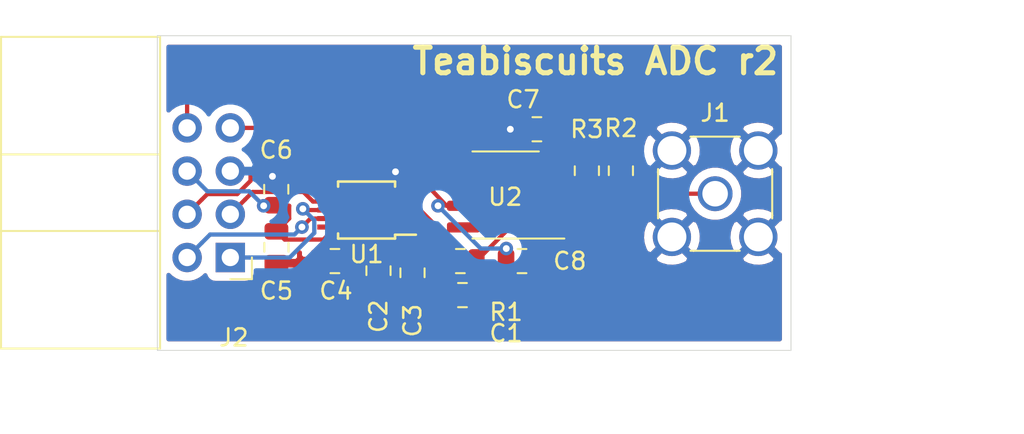
<source format=kicad_pcb>
(kicad_pcb (version 20171130) (host pcbnew 5.1.5)

  (general
    (thickness 1.6)
    (drawings 5)
    (tracks 93)
    (zones 0)
    (modules 15)
    (nets 15)
  )

  (page A4)
  (layers
    (0 F.Cu signal)
    (31 B.Cu signal)
    (32 B.Adhes user)
    (33 F.Adhes user)
    (34 B.Paste user)
    (35 F.Paste user)
    (36 B.SilkS user)
    (37 F.SilkS user)
    (38 B.Mask user)
    (39 F.Mask user)
    (40 Dwgs.User user)
    (41 Cmts.User user)
    (42 Eco1.User user)
    (43 Eco2.User user)
    (44 Edge.Cuts user)
    (45 Margin user)
    (46 B.CrtYd user)
    (47 F.CrtYd user)
    (48 B.Fab user)
    (49 F.Fab user)
  )

  (setup
    (last_trace_width 0.25)
    (trace_clearance 0.2)
    (zone_clearance 0.508)
    (zone_45_only no)
    (trace_min 0.2)
    (via_size 0.8)
    (via_drill 0.4)
    (via_min_size 0.4)
    (via_min_drill 0.3)
    (uvia_size 0.3)
    (uvia_drill 0.1)
    (uvias_allowed no)
    (uvia_min_size 0.2)
    (uvia_min_drill 0.1)
    (edge_width 0.05)
    (segment_width 0.2)
    (pcb_text_width 0.3)
    (pcb_text_size 1.5 1.5)
    (mod_edge_width 0.12)
    (mod_text_size 1 1)
    (mod_text_width 0.15)
    (pad_size 1.524 1.524)
    (pad_drill 0.762)
    (pad_to_mask_clearance 0.051)
    (solder_mask_min_width 0.25)
    (aux_axis_origin 0 0)
    (visible_elements FFFFFF7F)
    (pcbplotparams
      (layerselection 0x010fc_ffffffff)
      (usegerberextensions false)
      (usegerberattributes false)
      (usegerberadvancedattributes false)
      (creategerberjobfile false)
      (excludeedgelayer true)
      (linewidth 0.100000)
      (plotframeref false)
      (viasonmask false)
      (mode 1)
      (useauxorigin false)
      (hpglpennumber 1)
      (hpglpenspeed 20)
      (hpglpendiameter 15.000000)
      (psnegative false)
      (psa4output false)
      (plotreference true)
      (plotvalue true)
      (plotinvisibletext false)
      (padsonsilk false)
      (subtractmaskfromsilk false)
      (outputformat 1)
      (mirror false)
      (drillshape 0)
      (scaleselection 1)
      (outputdirectory "gerbers/"))
  )

  (net 0 "")
  (net 1 "Net-(C1-Pad1)")
  (net 2 GNDA)
  (net 3 +5V)
  (net 4 "Net-(C3-Pad1)")
  (net 5 +3V3)
  (net 6 -5V)
  (net 7 "Net-(J1-Pad1)")
  (net 8 "Net-(J2-Pad1)")
  (net 9 "Net-(J2-Pad2)")
  (net 10 "Net-(J2-Pad3)")
  (net 11 "Net-(J2-Pad4)")
  (net 12 "Net-(R1-Pad2)")
  (net 13 "Net-(R3-Pad1)")
  (net 14 "Net-(U2-Pad8)")

  (net_class Default "This is the default net class."
    (clearance 0.2)
    (trace_width 0.25)
    (via_dia 0.8)
    (via_drill 0.4)
    (uvia_dia 0.3)
    (uvia_drill 0.1)
    (add_net +3V3)
    (add_net +5V)
    (add_net -5V)
    (add_net GNDA)
    (add_net "Net-(C1-Pad1)")
    (add_net "Net-(C3-Pad1)")
    (add_net "Net-(J1-Pad1)")
    (add_net "Net-(J2-Pad1)")
    (add_net "Net-(J2-Pad2)")
    (add_net "Net-(J2-Pad3)")
    (add_net "Net-(J2-Pad4)")
    (add_net "Net-(R1-Pad2)")
    (add_net "Net-(R3-Pad1)")
    (add_net "Net-(U2-Pad8)")
  )

  (module Package_SO:SOIC-8_3.9x4.9mm_P1.27mm (layer F.Cu) (tedit 5D9F72B1) (tstamp 5EF25C5F)
    (at 171.975 118.115 180)
    (descr "SOIC, 8 Pin (JEDEC MS-012AA, https://www.analog.com/media/en/package-pcb-resources/package/pkg_pdf/soic_narrow-r/r_8.pdf), generated with kicad-footprint-generator ipc_gullwing_generator.py")
    (tags "SOIC SO")
    (path /5EF285C6)
    (attr smd)
    (fp_text reference U2 (at 0.025 -0.115) (layer F.SilkS)
      (effects (font (size 1 1) (thickness 0.15)))
    )
    (fp_text value MAX9632 (at -6.775 -12.635) (layer F.Fab)
      (effects (font (size 1 1) (thickness 0.15)))
    )
    (fp_line (start 0 2.56) (end 1.95 2.56) (layer F.SilkS) (width 0.12))
    (fp_line (start 0 2.56) (end -1.95 2.56) (layer F.SilkS) (width 0.12))
    (fp_line (start 0 -2.56) (end 1.95 -2.56) (layer F.SilkS) (width 0.12))
    (fp_line (start 0 -2.56) (end -3.45 -2.56) (layer F.SilkS) (width 0.12))
    (fp_line (start -0.975 -2.45) (end 1.95 -2.45) (layer F.Fab) (width 0.1))
    (fp_line (start 1.95 -2.45) (end 1.95 2.45) (layer F.Fab) (width 0.1))
    (fp_line (start 1.95 2.45) (end -1.95 2.45) (layer F.Fab) (width 0.1))
    (fp_line (start -1.95 2.45) (end -1.95 -1.475) (layer F.Fab) (width 0.1))
    (fp_line (start -1.95 -1.475) (end -0.975 -2.45) (layer F.Fab) (width 0.1))
    (fp_line (start -3.7 -2.7) (end -3.7 2.7) (layer F.CrtYd) (width 0.05))
    (fp_line (start -3.7 2.7) (end 3.7 2.7) (layer F.CrtYd) (width 0.05))
    (fp_line (start 3.7 2.7) (end 3.7 -2.7) (layer F.CrtYd) (width 0.05))
    (fp_line (start 3.7 -2.7) (end -3.7 -2.7) (layer F.CrtYd) (width 0.05))
    (fp_text user %R (at 0 0) (layer F.Fab)
      (effects (font (size 0.98 0.98) (thickness 0.15)))
    )
    (pad 1 smd roundrect (at -2.475 -1.905 180) (size 1.95 0.6) (layers F.Cu F.Paste F.Mask) (roundrect_rratio 0.25))
    (pad 2 smd roundrect (at -2.475 -0.635 180) (size 1.95 0.6) (layers F.Cu F.Paste F.Mask) (roundrect_rratio 0.25)
      (net 12 "Net-(R1-Pad2)"))
    (pad 3 smd roundrect (at -2.475 0.635 180) (size 1.95 0.6) (layers F.Cu F.Paste F.Mask) (roundrect_rratio 0.25)
      (net 13 "Net-(R3-Pad1)"))
    (pad 4 smd roundrect (at -2.475 1.905 180) (size 1.95 0.6) (layers F.Cu F.Paste F.Mask) (roundrect_rratio 0.25)
      (net 6 -5V))
    (pad 5 smd roundrect (at 2.475 1.905 180) (size 1.95 0.6) (layers F.Cu F.Paste F.Mask) (roundrect_rratio 0.25))
    (pad 6 smd roundrect (at 2.475 0.635 180) (size 1.95 0.6) (layers F.Cu F.Paste F.Mask) (roundrect_rratio 0.25)
      (net 12 "Net-(R1-Pad2)"))
    (pad 7 smd roundrect (at 2.475 -0.635 180) (size 1.95 0.6) (layers F.Cu F.Paste F.Mask) (roundrect_rratio 0.25)
      (net 3 +5V))
    (pad 8 smd roundrect (at 2.475 -1.905 180) (size 1.95 0.6) (layers F.Cu F.Paste F.Mask) (roundrect_rratio 0.25)
      (net 14 "Net-(U2-Pad8)"))
    (model ${KISYS3DMOD}/Package_SO.3dshapes/SOIC-8_3.9x4.9mm_P1.27mm.wrl
      (at (xyz 0 0 0))
      (scale (xyz 1 1 1))
      (rotate (xyz 0 0 0))
    )
  )

  (module Capacitor_SMD:C_0805_2012Metric (layer F.Cu) (tedit 5B36C52B) (tstamp 5EF28614)
    (at 169.4375 124)
    (descr "Capacitor SMD 0805 (2012 Metric), square (rectangular) end terminal, IPC_7351 nominal, (Body size source: https://docs.google.com/spreadsheets/d/1BsfQQcO9C6DZCsRaXUlFlo91Tg2WpOkGARC1WS5S8t0/edit?usp=sharing), generated with kicad-footprint-generator")
    (tags capacitor)
    (path /5EF270D0)
    (attr smd)
    (fp_text reference C1 (at 2.5625 2.25) (layer F.SilkS)
      (effects (font (size 1 1) (thickness 0.15)))
    )
    (fp_text value 4.7nF (at 0 5.75) (layer F.Fab)
      (effects (font (size 1 1) (thickness 0.15)))
    )
    (fp_line (start -1 0.6) (end -1 -0.6) (layer F.Fab) (width 0.1))
    (fp_line (start -1 -0.6) (end 1 -0.6) (layer F.Fab) (width 0.1))
    (fp_line (start 1 -0.6) (end 1 0.6) (layer F.Fab) (width 0.1))
    (fp_line (start 1 0.6) (end -1 0.6) (layer F.Fab) (width 0.1))
    (fp_line (start -0.258578 -0.71) (end 0.258578 -0.71) (layer F.SilkS) (width 0.12))
    (fp_line (start -0.258578 0.71) (end 0.258578 0.71) (layer F.SilkS) (width 0.12))
    (fp_line (start -1.68 0.95) (end -1.68 -0.95) (layer F.CrtYd) (width 0.05))
    (fp_line (start -1.68 -0.95) (end 1.68 -0.95) (layer F.CrtYd) (width 0.05))
    (fp_line (start 1.68 -0.95) (end 1.68 0.95) (layer F.CrtYd) (width 0.05))
    (fp_line (start 1.68 0.95) (end -1.68 0.95) (layer F.CrtYd) (width 0.05))
    (fp_text user %R (at 0 0) (layer F.Fab)
      (effects (font (size 0.5 0.5) (thickness 0.08)))
    )
    (pad 1 smd roundrect (at -0.9375 0) (size 0.975 1.4) (layers F.Cu F.Paste F.Mask) (roundrect_rratio 0.25)
      (net 1 "Net-(C1-Pad1)"))
    (pad 2 smd roundrect (at 0.9375 0) (size 0.975 1.4) (layers F.Cu F.Paste F.Mask) (roundrect_rratio 0.25)
      (net 2 GNDA))
    (model ${KISYS3DMOD}/Capacitor_SMD.3dshapes/C_0805_2012Metric.wrl
      (at (xyz 0 0 0))
      (scale (xyz 1 1 1))
      (rotate (xyz 0 0 0))
    )
  )

  (module Capacitor_SMD:C_0805_2012Metric (layer F.Cu) (tedit 5B36C52B) (tstamp 5EF2667B)
    (at 164.5 122.5625 90)
    (descr "Capacitor SMD 0805 (2012 Metric), square (rectangular) end terminal, IPC_7351 nominal, (Body size source: https://docs.google.com/spreadsheets/d/1BsfQQcO9C6DZCsRaXUlFlo91Tg2WpOkGARC1WS5S8t0/edit?usp=sharing), generated with kicad-footprint-generator")
    (tags capacitor)
    (path /5EF6D0D8)
    (attr smd)
    (fp_text reference C2 (at -2.6875 0 90) (layer F.SilkS)
      (effects (font (size 1 1) (thickness 0.15)))
    )
    (fp_text value 100nF (at -7.1875 0 90) (layer F.Fab)
      (effects (font (size 1 1) (thickness 0.15)))
    )
    (fp_text user %R (at 0 0 90) (layer F.Fab)
      (effects (font (size 0.5 0.5) (thickness 0.08)))
    )
    (fp_line (start 1.68 0.95) (end -1.68 0.95) (layer F.CrtYd) (width 0.05))
    (fp_line (start 1.68 -0.95) (end 1.68 0.95) (layer F.CrtYd) (width 0.05))
    (fp_line (start -1.68 -0.95) (end 1.68 -0.95) (layer F.CrtYd) (width 0.05))
    (fp_line (start -1.68 0.95) (end -1.68 -0.95) (layer F.CrtYd) (width 0.05))
    (fp_line (start -0.258578 0.71) (end 0.258578 0.71) (layer F.SilkS) (width 0.12))
    (fp_line (start -0.258578 -0.71) (end 0.258578 -0.71) (layer F.SilkS) (width 0.12))
    (fp_line (start 1 0.6) (end -1 0.6) (layer F.Fab) (width 0.1))
    (fp_line (start 1 -0.6) (end 1 0.6) (layer F.Fab) (width 0.1))
    (fp_line (start -1 -0.6) (end 1 -0.6) (layer F.Fab) (width 0.1))
    (fp_line (start -1 0.6) (end -1 -0.6) (layer F.Fab) (width 0.1))
    (pad 2 smd roundrect (at 0.9375 0 90) (size 0.975 1.4) (layers F.Cu F.Paste F.Mask) (roundrect_rratio 0.25)
      (net 3 +5V))
    (pad 1 smd roundrect (at -0.9375 0 90) (size 0.975 1.4) (layers F.Cu F.Paste F.Mask) (roundrect_rratio 0.25)
      (net 2 GNDA))
    (model ${KISYS3DMOD}/Capacitor_SMD.3dshapes/C_0805_2012Metric.wrl
      (at (xyz 0 0 0))
      (scale (xyz 1 1 1))
      (rotate (xyz 0 0 0))
    )
  )

  (module Capacitor_SMD:C_0805_2012Metric (layer F.Cu) (tedit 5B36C52B) (tstamp 5EF269DD)
    (at 166.5 122.6875 270)
    (descr "Capacitor SMD 0805 (2012 Metric), square (rectangular) end terminal, IPC_7351 nominal, (Body size source: https://docs.google.com/spreadsheets/d/1BsfQQcO9C6DZCsRaXUlFlo91Tg2WpOkGARC1WS5S8t0/edit?usp=sharing), generated with kicad-footprint-generator")
    (tags capacitor)
    (path /5EF50314)
    (attr smd)
    (fp_text reference C3 (at 2.8125 0 90) (layer F.SilkS)
      (effects (font (size 1 1) (thickness 0.15)))
    )
    (fp_text value 10uF (at 6.8125 0 90) (layer F.Fab)
      (effects (font (size 1 1) (thickness 0.15)))
    )
    (fp_text user %R (at 0 0 90) (layer F.Fab)
      (effects (font (size 0.5 0.5) (thickness 0.08)))
    )
    (fp_line (start 1.68 0.95) (end -1.68 0.95) (layer F.CrtYd) (width 0.05))
    (fp_line (start 1.68 -0.95) (end 1.68 0.95) (layer F.CrtYd) (width 0.05))
    (fp_line (start -1.68 -0.95) (end 1.68 -0.95) (layer F.CrtYd) (width 0.05))
    (fp_line (start -1.68 0.95) (end -1.68 -0.95) (layer F.CrtYd) (width 0.05))
    (fp_line (start -0.258578 0.71) (end 0.258578 0.71) (layer F.SilkS) (width 0.12))
    (fp_line (start -0.258578 -0.71) (end 0.258578 -0.71) (layer F.SilkS) (width 0.12))
    (fp_line (start 1 0.6) (end -1 0.6) (layer F.Fab) (width 0.1))
    (fp_line (start 1 -0.6) (end 1 0.6) (layer F.Fab) (width 0.1))
    (fp_line (start -1 -0.6) (end 1 -0.6) (layer F.Fab) (width 0.1))
    (fp_line (start -1 0.6) (end -1 -0.6) (layer F.Fab) (width 0.1))
    (pad 2 smd roundrect (at 0.9375 0 270) (size 0.975 1.4) (layers F.Cu F.Paste F.Mask) (roundrect_rratio 0.25)
      (net 2 GNDA))
    (pad 1 smd roundrect (at -0.9375 0 270) (size 0.975 1.4) (layers F.Cu F.Paste F.Mask) (roundrect_rratio 0.25)
      (net 4 "Net-(C3-Pad1)"))
    (model ${KISYS3DMOD}/Capacitor_SMD.3dshapes/C_0805_2012Metric.wrl
      (at (xyz 0 0 0))
      (scale (xyz 1 1 1))
      (rotate (xyz 0 0 0))
    )
  )

  (module Capacitor_SMD:C_0805_2012Metric (layer F.Cu) (tedit 5B36C52B) (tstamp 5EF25553)
    (at 161.9375 122)
    (descr "Capacitor SMD 0805 (2012 Metric), square (rectangular) end terminal, IPC_7351 nominal, (Body size source: https://docs.google.com/spreadsheets/d/1BsfQQcO9C6DZCsRaXUlFlo91Tg2WpOkGARC1WS5S8t0/edit?usp=sharing), generated with kicad-footprint-generator")
    (tags capacitor)
    (path /5EF6CBA0)
    (attr smd)
    (fp_text reference C4 (at 0.0625 1.75) (layer F.SilkS)
      (effects (font (size 1 1) (thickness 0.15)))
    )
    (fp_text value 10uF (at 0.0625 6.75) (layer F.Fab)
      (effects (font (size 1 1) (thickness 0.15)))
    )
    (fp_line (start -1 0.6) (end -1 -0.6) (layer F.Fab) (width 0.1))
    (fp_line (start -1 -0.6) (end 1 -0.6) (layer F.Fab) (width 0.1))
    (fp_line (start 1 -0.6) (end 1 0.6) (layer F.Fab) (width 0.1))
    (fp_line (start 1 0.6) (end -1 0.6) (layer F.Fab) (width 0.1))
    (fp_line (start -0.258578 -0.71) (end 0.258578 -0.71) (layer F.SilkS) (width 0.12))
    (fp_line (start -0.258578 0.71) (end 0.258578 0.71) (layer F.SilkS) (width 0.12))
    (fp_line (start -1.68 0.95) (end -1.68 -0.95) (layer F.CrtYd) (width 0.05))
    (fp_line (start -1.68 -0.95) (end 1.68 -0.95) (layer F.CrtYd) (width 0.05))
    (fp_line (start 1.68 -0.95) (end 1.68 0.95) (layer F.CrtYd) (width 0.05))
    (fp_line (start 1.68 0.95) (end -1.68 0.95) (layer F.CrtYd) (width 0.05))
    (fp_text user %R (at 0 0) (layer F.Fab)
      (effects (font (size 0.5 0.5) (thickness 0.08)))
    )
    (pad 1 smd roundrect (at -0.9375 0) (size 0.975 1.4) (layers F.Cu F.Paste F.Mask) (roundrect_rratio 0.25)
      (net 2 GNDA))
    (pad 2 smd roundrect (at 0.9375 0) (size 0.975 1.4) (layers F.Cu F.Paste F.Mask) (roundrect_rratio 0.25)
      (net 3 +5V))
    (model ${KISYS3DMOD}/Capacitor_SMD.3dshapes/C_0805_2012Metric.wrl
      (at (xyz 0 0 0))
      (scale (xyz 1 1 1))
      (rotate (xyz 0 0 0))
    )
  )

  (module Capacitor_SMD:C_0805_2012Metric (layer F.Cu) (tedit 5B36C52B) (tstamp 5EF24C9C)
    (at 158.5 121.1875 90)
    (descr "Capacitor SMD 0805 (2012 Metric), square (rectangular) end terminal, IPC_7351 nominal, (Body size source: https://docs.google.com/spreadsheets/d/1BsfQQcO9C6DZCsRaXUlFlo91Tg2WpOkGARC1WS5S8t0/edit?usp=sharing), generated with kicad-footprint-generator")
    (tags capacitor)
    (path /5EF7F47B)
    (attr smd)
    (fp_text reference C5 (at -2.5625 0 180) (layer F.SilkS)
      (effects (font (size 1 1) (thickness 0.15)))
    )
    (fp_text value 10uF (at -8.3125 -0.25 90) (layer F.Fab)
      (effects (font (size 1 1) (thickness 0.15)))
    )
    (fp_line (start -1 0.6) (end -1 -0.6) (layer F.Fab) (width 0.1))
    (fp_line (start -1 -0.6) (end 1 -0.6) (layer F.Fab) (width 0.1))
    (fp_line (start 1 -0.6) (end 1 0.6) (layer F.Fab) (width 0.1))
    (fp_line (start 1 0.6) (end -1 0.6) (layer F.Fab) (width 0.1))
    (fp_line (start -0.258578 -0.71) (end 0.258578 -0.71) (layer F.SilkS) (width 0.12))
    (fp_line (start -0.258578 0.71) (end 0.258578 0.71) (layer F.SilkS) (width 0.12))
    (fp_line (start -1.68 0.95) (end -1.68 -0.95) (layer F.CrtYd) (width 0.05))
    (fp_line (start -1.68 -0.95) (end 1.68 -0.95) (layer F.CrtYd) (width 0.05))
    (fp_line (start 1.68 -0.95) (end 1.68 0.95) (layer F.CrtYd) (width 0.05))
    (fp_line (start 1.68 0.95) (end -1.68 0.95) (layer F.CrtYd) (width 0.05))
    (fp_text user %R (at 0 0 90) (layer F.Fab)
      (effects (font (size 0.5 0.5) (thickness 0.08)))
    )
    (pad 1 smd roundrect (at -0.9375 0 90) (size 0.975 1.4) (layers F.Cu F.Paste F.Mask) (roundrect_rratio 0.25)
      (net 2 GNDA))
    (pad 2 smd roundrect (at 0.9375 0 90) (size 0.975 1.4) (layers F.Cu F.Paste F.Mask) (roundrect_rratio 0.25)
      (net 5 +3V3))
    (model ${KISYS3DMOD}/Capacitor_SMD.3dshapes/C_0805_2012Metric.wrl
      (at (xyz 0 0 0))
      (scale (xyz 1 1 1))
      (rotate (xyz 0 0 0))
    )
  )

  (module Capacitor_SMD:C_0805_2012Metric (layer F.Cu) (tedit 5B36C52B) (tstamp 5EF24CAD)
    (at 158.49 117.7775 270)
    (descr "Capacitor SMD 0805 (2012 Metric), square (rectangular) end terminal, IPC_7351 nominal, (Body size source: https://docs.google.com/spreadsheets/d/1BsfQQcO9C6DZCsRaXUlFlo91Tg2WpOkGARC1WS5S8t0/edit?usp=sharing), generated with kicad-footprint-generator")
    (tags capacitor)
    (path /5EF7F485)
    (attr smd)
    (fp_text reference C6 (at -2.3125 0 180) (layer F.SilkS)
      (effects (font (size 1 1) (thickness 0.15)))
    )
    (fp_text value 100nF (at 0.1875 9.25 90) (layer F.Fab)
      (effects (font (size 1 1) (thickness 0.15)))
    )
    (fp_text user %R (at 0 0 90) (layer F.Fab)
      (effects (font (size 0.5 0.5) (thickness 0.08)))
    )
    (fp_line (start 1.68 0.95) (end -1.68 0.95) (layer F.CrtYd) (width 0.05))
    (fp_line (start 1.68 -0.95) (end 1.68 0.95) (layer F.CrtYd) (width 0.05))
    (fp_line (start -1.68 -0.95) (end 1.68 -0.95) (layer F.CrtYd) (width 0.05))
    (fp_line (start -1.68 0.95) (end -1.68 -0.95) (layer F.CrtYd) (width 0.05))
    (fp_line (start -0.258578 0.71) (end 0.258578 0.71) (layer F.SilkS) (width 0.12))
    (fp_line (start -0.258578 -0.71) (end 0.258578 -0.71) (layer F.SilkS) (width 0.12))
    (fp_line (start 1 0.6) (end -1 0.6) (layer F.Fab) (width 0.1))
    (fp_line (start 1 -0.6) (end 1 0.6) (layer F.Fab) (width 0.1))
    (fp_line (start -1 -0.6) (end 1 -0.6) (layer F.Fab) (width 0.1))
    (fp_line (start -1 0.6) (end -1 -0.6) (layer F.Fab) (width 0.1))
    (pad 2 smd roundrect (at 0.9375 0 270) (size 0.975 1.4) (layers F.Cu F.Paste F.Mask) (roundrect_rratio 0.25)
      (net 5 +3V3))
    (pad 1 smd roundrect (at -0.9375 0 270) (size 0.975 1.4) (layers F.Cu F.Paste F.Mask) (roundrect_rratio 0.25)
      (net 2 GNDA))
    (model ${KISYS3DMOD}/Capacitor_SMD.3dshapes/C_0805_2012Metric.wrl
      (at (xyz 0 0 0))
      (scale (xyz 1 1 1))
      (rotate (xyz 0 0 0))
    )
  )

  (module Capacitor_SMD:C_0805_2012Metric (layer F.Cu) (tedit 5B36C52B) (tstamp 5EF2506F)
    (at 173.8125 114.25 180)
    (descr "Capacitor SMD 0805 (2012 Metric), square (rectangular) end terminal, IPC_7351 nominal, (Body size source: https://docs.google.com/spreadsheets/d/1BsfQQcO9C6DZCsRaXUlFlo91Tg2WpOkGARC1WS5S8t0/edit?usp=sharing), generated with kicad-footprint-generator")
    (tags capacitor)
    (path /5EFE7790)
    (attr smd)
    (fp_text reference C7 (at 0.8125 1.75) (layer F.SilkS)
      (effects (font (size 1 1) (thickness 0.15)))
    )
    (fp_text value 100nF (at -0.1875 6.75) (layer F.Fab)
      (effects (font (size 1 1) (thickness 0.15)))
    )
    (fp_text user %R (at 0 0) (layer F.Fab)
      (effects (font (size 0.5 0.5) (thickness 0.08)))
    )
    (fp_line (start 1.68 0.95) (end -1.68 0.95) (layer F.CrtYd) (width 0.05))
    (fp_line (start 1.68 -0.95) (end 1.68 0.95) (layer F.CrtYd) (width 0.05))
    (fp_line (start -1.68 -0.95) (end 1.68 -0.95) (layer F.CrtYd) (width 0.05))
    (fp_line (start -1.68 0.95) (end -1.68 -0.95) (layer F.CrtYd) (width 0.05))
    (fp_line (start -0.258578 0.71) (end 0.258578 0.71) (layer F.SilkS) (width 0.12))
    (fp_line (start -0.258578 -0.71) (end 0.258578 -0.71) (layer F.SilkS) (width 0.12))
    (fp_line (start 1 0.6) (end -1 0.6) (layer F.Fab) (width 0.1))
    (fp_line (start 1 -0.6) (end 1 0.6) (layer F.Fab) (width 0.1))
    (fp_line (start -1 -0.6) (end 1 -0.6) (layer F.Fab) (width 0.1))
    (fp_line (start -1 0.6) (end -1 -0.6) (layer F.Fab) (width 0.1))
    (pad 2 smd roundrect (at 0.9375 0 180) (size 0.975 1.4) (layers F.Cu F.Paste F.Mask) (roundrect_rratio 0.25)
      (net 2 GNDA))
    (pad 1 smd roundrect (at -0.9375 0 180) (size 0.975 1.4) (layers F.Cu F.Paste F.Mask) (roundrect_rratio 0.25)
      (net 6 -5V))
    (model ${KISYS3DMOD}/Capacitor_SMD.3dshapes/C_0805_2012Metric.wrl
      (at (xyz 0 0 0))
      (scale (xyz 1 1 1))
      (rotate (xyz 0 0 0))
    )
  )

  (module Capacitor_SMD:C_0805_2012Metric (layer F.Cu) (tedit 5B36C52B) (tstamp 5EF25918)
    (at 172.9375 122)
    (descr "Capacitor SMD 0805 (2012 Metric), square (rectangular) end terminal, IPC_7351 nominal, (Body size source: https://docs.google.com/spreadsheets/d/1BsfQQcO9C6DZCsRaXUlFlo91Tg2WpOkGARC1WS5S8t0/edit?usp=sharing), generated with kicad-footprint-generator")
    (tags capacitor)
    (path /5EFDC24A)
    (attr smd)
    (fp_text reference C8 (at 2.8125 0) (layer F.SilkS)
      (effects (font (size 1 1) (thickness 0.15)))
    )
    (fp_text value 100nF (at 4.3125 1.5) (layer F.Fab)
      (effects (font (size 1 1) (thickness 0.15)))
    )
    (fp_line (start -1 0.6) (end -1 -0.6) (layer F.Fab) (width 0.1))
    (fp_line (start -1 -0.6) (end 1 -0.6) (layer F.Fab) (width 0.1))
    (fp_line (start 1 -0.6) (end 1 0.6) (layer F.Fab) (width 0.1))
    (fp_line (start 1 0.6) (end -1 0.6) (layer F.Fab) (width 0.1))
    (fp_line (start -0.258578 -0.71) (end 0.258578 -0.71) (layer F.SilkS) (width 0.12))
    (fp_line (start -0.258578 0.71) (end 0.258578 0.71) (layer F.SilkS) (width 0.12))
    (fp_line (start -1.68 0.95) (end -1.68 -0.95) (layer F.CrtYd) (width 0.05))
    (fp_line (start -1.68 -0.95) (end 1.68 -0.95) (layer F.CrtYd) (width 0.05))
    (fp_line (start 1.68 -0.95) (end 1.68 0.95) (layer F.CrtYd) (width 0.05))
    (fp_line (start 1.68 0.95) (end -1.68 0.95) (layer F.CrtYd) (width 0.05))
    (fp_text user %R (at 0 0) (layer F.Fab)
      (effects (font (size 0.5 0.5) (thickness 0.08)))
    )
    (pad 1 smd roundrect (at -0.9375 0) (size 0.975 1.4) (layers F.Cu F.Paste F.Mask) (roundrect_rratio 0.25)
      (net 3 +5V))
    (pad 2 smd roundrect (at 0.9375 0) (size 0.975 1.4) (layers F.Cu F.Paste F.Mask) (roundrect_rratio 0.25)
      (net 2 GNDA))
    (model ${KISYS3DMOD}/Capacitor_SMD.3dshapes/C_0805_2012Metric.wrl
      (at (xyz 0 0 0))
      (scale (xyz 1 1 1))
      (rotate (xyz 0 0 0))
    )
  )

  (module Connector_Coaxial:SMA_Amphenol_901-144_Vertical (layer F.Cu) (tedit 5B2F4C32) (tstamp 5EF28064)
    (at 184.29 118.04)
    (descr https://www.amphenolrf.com/downloads/dl/file/id/7023/product/3103/901_144_customer_drawing.pdf)
    (tags "SMA THT Female Jack Vertical")
    (path /5EF2306F)
    (fp_text reference J1 (at 0 -4.75) (layer F.SilkS)
      (effects (font (size 1 1) (thickness 0.15)))
    )
    (fp_text value Conn_Coaxial (at 13.04 0.46) (layer F.Fab)
      (effects (font (size 1 1) (thickness 0.15)))
    )
    (fp_circle (center 0 0) (end 3.175 0) (layer F.Fab) (width 0.1))
    (fp_line (start 4.17 4.17) (end -4.17 4.17) (layer F.CrtYd) (width 0.05))
    (fp_line (start 4.17 4.17) (end 4.17 -4.17) (layer F.CrtYd) (width 0.05))
    (fp_line (start -4.17 -4.17) (end -4.17 4.17) (layer F.CrtYd) (width 0.05))
    (fp_line (start -4.17 -4.17) (end 4.17 -4.17) (layer F.CrtYd) (width 0.05))
    (fp_line (start -3.175 -3.175) (end 3.175 -3.175) (layer F.Fab) (width 0.1))
    (fp_line (start -3.175 -3.175) (end -3.175 3.175) (layer F.Fab) (width 0.1))
    (fp_line (start -3.175 3.175) (end 3.175 3.175) (layer F.Fab) (width 0.1))
    (fp_line (start 3.175 -3.175) (end 3.175 3.175) (layer F.Fab) (width 0.1))
    (fp_line (start -3.355 -1.45) (end -3.355 1.45) (layer F.SilkS) (width 0.12))
    (fp_line (start 3.355 -1.45) (end 3.355 1.45) (layer F.SilkS) (width 0.12))
    (fp_line (start -1.45 3.355) (end 1.45 3.355) (layer F.SilkS) (width 0.12))
    (fp_line (start -1.45 -3.355) (end 1.45 -3.355) (layer F.SilkS) (width 0.12))
    (fp_text user %R (at 0 0) (layer F.Fab)
      (effects (font (size 1 1) (thickness 0.15)))
    )
    (pad 1 thru_hole circle (at 0 0) (size 2.05 2.05) (drill 1.5) (layers *.Cu *.Mask)
      (net 7 "Net-(J1-Pad1)"))
    (pad 2 thru_hole circle (at 2.54 2.54) (size 2.25 2.25) (drill 1.7) (layers *.Cu *.Mask)
      (net 2 GNDA))
    (pad 2 thru_hole circle (at 2.54 -2.54) (size 2.25 2.25) (drill 1.7) (layers *.Cu *.Mask)
      (net 2 GNDA))
    (pad 2 thru_hole circle (at -2.54 -2.54) (size 2.25 2.25) (drill 1.7) (layers *.Cu *.Mask)
      (net 2 GNDA))
    (pad 2 thru_hole circle (at -2.54 2.54) (size 2.25 2.25) (drill 1.7) (layers *.Cu *.Mask)
      (net 2 GNDA))
    (model ${KISYS3DMOD}/Connector_Coaxial.3dshapes/SMA_Amphenol_901-144_Vertical.wrl
      (at (xyz 0 0 0))
      (scale (xyz 1 1 1))
      (rotate (xyz 0 0 0))
    )
  )

  (module Connector_IDC:IDC-Header_2x04_P2.54mm_Horizontal (layer F.Cu) (tedit 59DE1EC1) (tstamp 5EF251E9)
    (at 155.79 121.79 180)
    (descr "Through hole angled IDC box header, 2x04, 2.54mm pitch, double rows")
    (tags "Through hole IDC box header THT 2x04 2.54mm double row")
    (path /5EF51F47)
    (fp_text reference J2 (at -0.21 -4.71) (layer F.SilkS)
      (effects (font (size 1 1) (thickness 0.15)))
    )
    (fp_text value Conn_01x08 (at 6.105 13.97) (layer F.Fab)
      (effects (font (size 1 1) (thickness 0.15)))
    )
    (fp_text user %R (at -0.21 -4.71 180) (layer F.Fab)
      (effects (font (size 1 1) (thickness 0.15)))
    )
    (fp_line (start -0.32 -0.32) (end -0.32 0.32) (layer F.Fab) (width 0.1))
    (fp_line (start -0.32 0.32) (end 4.38 0.32) (layer F.Fab) (width 0.1))
    (fp_line (start -0.32 2.22) (end -0.32 2.86) (layer F.Fab) (width 0.1))
    (fp_line (start -0.32 2.86) (end 4.38 2.86) (layer F.Fab) (width 0.1))
    (fp_line (start -0.32 4.76) (end -0.32 5.4) (layer F.Fab) (width 0.1))
    (fp_line (start -0.32 5.4) (end 4.38 5.4) (layer F.Fab) (width 0.1))
    (fp_line (start -0.32 7.3) (end -0.32 7.94) (layer F.Fab) (width 0.1))
    (fp_line (start -0.32 7.94) (end 4.38 7.94) (layer F.Fab) (width 0.1))
    (fp_line (start 13.23 12.72) (end 13.23 -5.1) (layer F.Fab) (width 0.1))
    (fp_line (start 4.38 -0.32) (end -0.32 -0.32) (layer F.Fab) (width 0.1))
    (fp_line (start 4.38 -4.1) (end 5.38 -5.1) (layer F.Fab) (width 0.1))
    (fp_line (start 4.38 1.56) (end 13.23 1.56) (layer F.Fab) (width 0.1))
    (fp_line (start 4.38 12.72) (end 13.23 12.72) (layer F.Fab) (width 0.1))
    (fp_line (start 4.38 12.72) (end 4.38 -4.1) (layer F.Fab) (width 0.1))
    (fp_line (start 4.38 2.22) (end -0.32 2.22) (layer F.Fab) (width 0.1))
    (fp_line (start 4.38 4.76) (end -0.32 4.76) (layer F.Fab) (width 0.1))
    (fp_line (start 4.38 6.06) (end 13.23 6.06) (layer F.Fab) (width 0.1))
    (fp_line (start 4.38 7.3) (end -0.32 7.3) (layer F.Fab) (width 0.1))
    (fp_line (start 5.38 -5.1) (end 13.23 -5.1) (layer F.Fab) (width 0.1))
    (fp_line (start -1.27 -1.27) (end -1.27 0) (layer F.SilkS) (width 0.12))
    (fp_line (start 0 -1.27) (end -1.27 -1.27) (layer F.SilkS) (width 0.12))
    (fp_line (start 13.48 -5.35) (end 13.48 12.97) (layer F.SilkS) (width 0.12))
    (fp_line (start 4.13 -5.35) (end 13.48 -5.35) (layer F.SilkS) (width 0.12))
    (fp_line (start 4.13 1.56) (end 13.48 1.56) (layer F.SilkS) (width 0.12))
    (fp_line (start 4.13 12.97) (end 13.48 12.97) (layer F.SilkS) (width 0.12))
    (fp_line (start 4.13 12.97) (end 4.13 -5.35) (layer F.SilkS) (width 0.12))
    (fp_line (start 4.13 6.06) (end 13.48 6.06) (layer F.SilkS) (width 0.12))
    (fp_line (start -1.12 -5.35) (end 13.48 -5.35) (layer F.CrtYd) (width 0.05))
    (fp_line (start -1.12 12.97) (end -1.12 -5.35) (layer F.CrtYd) (width 0.05))
    (fp_line (start 13.48 -5.35) (end 13.48 12.97) (layer F.CrtYd) (width 0.05))
    (fp_line (start 13.48 12.97) (end -1.12 12.97) (layer F.CrtYd) (width 0.05))
    (pad 1 thru_hole rect (at 0 0 180) (size 1.7272 1.7272) (drill 1.016) (layers *.Cu *.Mask)
      (net 8 "Net-(J2-Pad1)"))
    (pad 2 thru_hole oval (at 2.54 0 180) (size 1.7272 1.7272) (drill 1.016) (layers *.Cu *.Mask)
      (net 9 "Net-(J2-Pad2)"))
    (pad 3 thru_hole oval (at 0 2.54 180) (size 1.7272 1.7272) (drill 1.016) (layers *.Cu *.Mask)
      (net 10 "Net-(J2-Pad3)"))
    (pad 4 thru_hole oval (at 2.54 2.54 180) (size 1.7272 1.7272) (drill 1.016) (layers *.Cu *.Mask)
      (net 11 "Net-(J2-Pad4)"))
    (pad 5 thru_hole oval (at 0 5.08 180) (size 1.7272 1.7272) (drill 1.016) (layers *.Cu *.Mask)
      (net 2 GNDA))
    (pad 6 thru_hole oval (at 2.54 5.08 180) (size 1.7272 1.7272) (drill 1.016) (layers *.Cu *.Mask)
      (net 5 +3V3))
    (pad 7 thru_hole oval (at 0 7.62 180) (size 1.7272 1.7272) (drill 1.016) (layers *.Cu *.Mask)
      (net 3 +5V))
    (pad 8 thru_hole oval (at 2.54 7.62 180) (size 1.7272 1.7272) (drill 1.016) (layers *.Cu *.Mask)
      (net 6 -5V))
    (model ${KISYS3DMOD}/Connector_IDC.3dshapes/IDC-Header_2x04_P2.54mm_Horizontal.wrl
      (at (xyz 0 0 0))
      (scale (xyz 1 1 1))
      (rotate (xyz 0 0 0))
    )
  )

  (module Resistor_SMD:R_0805_2012Metric (layer F.Cu) (tedit 5B36C52B) (tstamp 5EF26A2E)
    (at 169.3125 122)
    (descr "Resistor SMD 0805 (2012 Metric), square (rectangular) end terminal, IPC_7351 nominal, (Body size source: https://docs.google.com/spreadsheets/d/1BsfQQcO9C6DZCsRaXUlFlo91Tg2WpOkGARC1WS5S8t0/edit?usp=sharing), generated with kicad-footprint-generator")
    (tags resistor)
    (path /5EF34A51)
    (attr smd)
    (fp_text reference R1 (at 2.6875 3 180) (layer F.SilkS)
      (effects (font (size 1 1) (thickness 0.15)))
    )
    (fp_text value 10 (at -0.0625 6.25) (layer F.Fab)
      (effects (font (size 1 1) (thickness 0.15)))
    )
    (fp_line (start -1 0.6) (end -1 -0.6) (layer F.Fab) (width 0.1))
    (fp_line (start -1 -0.6) (end 1 -0.6) (layer F.Fab) (width 0.1))
    (fp_line (start 1 -0.6) (end 1 0.6) (layer F.Fab) (width 0.1))
    (fp_line (start 1 0.6) (end -1 0.6) (layer F.Fab) (width 0.1))
    (fp_line (start -0.258578 -0.71) (end 0.258578 -0.71) (layer F.SilkS) (width 0.12))
    (fp_line (start -0.258578 0.71) (end 0.258578 0.71) (layer F.SilkS) (width 0.12))
    (fp_line (start -1.68 0.95) (end -1.68 -0.95) (layer F.CrtYd) (width 0.05))
    (fp_line (start -1.68 -0.95) (end 1.68 -0.95) (layer F.CrtYd) (width 0.05))
    (fp_line (start 1.68 -0.95) (end 1.68 0.95) (layer F.CrtYd) (width 0.05))
    (fp_line (start 1.68 0.95) (end -1.68 0.95) (layer F.CrtYd) (width 0.05))
    (fp_text user %R (at 0 0) (layer F.Fab)
      (effects (font (size 0.5 0.5) (thickness 0.08)))
    )
    (pad 1 smd roundrect (at -0.9375 0) (size 0.975 1.4) (layers F.Cu F.Paste F.Mask) (roundrect_rratio 0.25)
      (net 1 "Net-(C1-Pad1)"))
    (pad 2 smd roundrect (at 0.9375 0) (size 0.975 1.4) (layers F.Cu F.Paste F.Mask) (roundrect_rratio 0.25)
      (net 12 "Net-(R1-Pad2)"))
    (model ${KISYS3DMOD}/Resistor_SMD.3dshapes/R_0805_2012Metric.wrl
      (at (xyz 0 0 0))
      (scale (xyz 1 1 1))
      (rotate (xyz 0 0 0))
    )
  )

  (module Resistor_SMD:R_0805_2012Metric (layer F.Cu) (tedit 5B36C52B) (tstamp 5EF277A7)
    (at 178.75 116.6875 270)
    (descr "Resistor SMD 0805 (2012 Metric), square (rectangular) end terminal, IPC_7351 nominal, (Body size source: https://docs.google.com/spreadsheets/d/1BsfQQcO9C6DZCsRaXUlFlo91Tg2WpOkGARC1WS5S8t0/edit?usp=sharing), generated with kicad-footprint-generator")
    (tags resistor)
    (path /5EFF9EA6)
    (attr smd)
    (fp_text reference R2 (at -2.5 0 180) (layer F.SilkS)
      (effects (font (size 1 1) (thickness 0.15)))
    )
    (fp_text value 50 (at 0 0 90) (layer F.Fab)
      (effects (font (size 1 1) (thickness 0.15)))
    )
    (fp_text user %R (at 0 0 90) (layer F.Fab)
      (effects (font (size 0.5 0.5) (thickness 0.08)))
    )
    (fp_line (start 1.68 0.95) (end -1.68 0.95) (layer F.CrtYd) (width 0.05))
    (fp_line (start 1.68 -0.95) (end 1.68 0.95) (layer F.CrtYd) (width 0.05))
    (fp_line (start -1.68 -0.95) (end 1.68 -0.95) (layer F.CrtYd) (width 0.05))
    (fp_line (start -1.68 0.95) (end -1.68 -0.95) (layer F.CrtYd) (width 0.05))
    (fp_line (start -0.258578 0.71) (end 0.258578 0.71) (layer F.SilkS) (width 0.12))
    (fp_line (start -0.258578 -0.71) (end 0.258578 -0.71) (layer F.SilkS) (width 0.12))
    (fp_line (start 1 0.6) (end -1 0.6) (layer F.Fab) (width 0.1))
    (fp_line (start 1 -0.6) (end 1 0.6) (layer F.Fab) (width 0.1))
    (fp_line (start -1 -0.6) (end 1 -0.6) (layer F.Fab) (width 0.1))
    (fp_line (start -1 0.6) (end -1 -0.6) (layer F.Fab) (width 0.1))
    (pad 2 smd roundrect (at 0.9375 0 270) (size 0.975 1.4) (layers F.Cu F.Paste F.Mask) (roundrect_rratio 0.25)
      (net 2 GNDA))
    (pad 1 smd roundrect (at -0.9375 0 270) (size 0.975 1.4) (layers F.Cu F.Paste F.Mask) (roundrect_rratio 0.25)
      (net 7 "Net-(J1-Pad1)"))
    (model ${KISYS3DMOD}/Resistor_SMD.3dshapes/R_0805_2012Metric.wrl
      (at (xyz 0 0 0))
      (scale (xyz 1 1 1))
      (rotate (xyz 0 0 0))
    )
  )

  (module Resistor_SMD:R_0805_2012Metric (layer F.Cu) (tedit 5B36C52B) (tstamp 5EF254D1)
    (at 176.75 116.6875 90)
    (descr "Resistor SMD 0805 (2012 Metric), square (rectangular) end terminal, IPC_7351 nominal, (Body size source: https://docs.google.com/spreadsheets/d/1BsfQQcO9C6DZCsRaXUlFlo91Tg2WpOkGARC1WS5S8t0/edit?usp=sharing), generated with kicad-footprint-generator")
    (tags resistor)
    (path /5F00B8EB)
    (attr smd)
    (fp_text reference R3 (at 2.4375 0 180) (layer F.SilkS)
      (effects (font (size 1 1) (thickness 0.15)))
    )
    (fp_text value 0 (at 0 1.65 90) (layer F.Fab)
      (effects (font (size 1 1) (thickness 0.15)))
    )
    (fp_line (start -1 0.6) (end -1 -0.6) (layer F.Fab) (width 0.1))
    (fp_line (start -1 -0.6) (end 1 -0.6) (layer F.Fab) (width 0.1))
    (fp_line (start 1 -0.6) (end 1 0.6) (layer F.Fab) (width 0.1))
    (fp_line (start 1 0.6) (end -1 0.6) (layer F.Fab) (width 0.1))
    (fp_line (start -0.258578 -0.71) (end 0.258578 -0.71) (layer F.SilkS) (width 0.12))
    (fp_line (start -0.258578 0.71) (end 0.258578 0.71) (layer F.SilkS) (width 0.12))
    (fp_line (start -1.68 0.95) (end -1.68 -0.95) (layer F.CrtYd) (width 0.05))
    (fp_line (start -1.68 -0.95) (end 1.68 -0.95) (layer F.CrtYd) (width 0.05))
    (fp_line (start 1.68 -0.95) (end 1.68 0.95) (layer F.CrtYd) (width 0.05))
    (fp_line (start 1.68 0.95) (end -1.68 0.95) (layer F.CrtYd) (width 0.05))
    (fp_text user %R (at 0 0 90) (layer F.Fab)
      (effects (font (size 0.5 0.5) (thickness 0.08)))
    )
    (pad 1 smd roundrect (at -0.9375 0 90) (size 0.975 1.4) (layers F.Cu F.Paste F.Mask) (roundrect_rratio 0.25)
      (net 13 "Net-(R3-Pad1)"))
    (pad 2 smd roundrect (at 0.9375 0 90) (size 0.975 1.4) (layers F.Cu F.Paste F.Mask) (roundrect_rratio 0.25)
      (net 7 "Net-(J1-Pad1)"))
    (model ${KISYS3DMOD}/Resistor_SMD.3dshapes/R_0805_2012Metric.wrl
      (at (xyz 0 0 0))
      (scale (xyz 1 1 1))
      (rotate (xyz 0 0 0))
    )
  )

  (module Package_SO:MSOP-10_3x3mm_P0.5mm (layer F.Cu) (tedit 5A02F25C) (tstamp 5EF2648D)
    (at 163.8 119 180)
    (descr "10-Lead Plastic Micro Small Outline Package (MS) [MSOP] (see Microchip Packaging Specification 00000049BS.pdf)")
    (tags "SSOP 0.5")
    (path /5EF25484)
    (attr smd)
    (fp_text reference U1 (at 0 -2.6) (layer F.SilkS)
      (effects (font (size 1 1) (thickness 0.15)))
    )
    (fp_text value MAX11169 (at 0 2.6) (layer F.Fab)
      (effects (font (size 1 1) (thickness 0.15)))
    )
    (fp_line (start -0.5 -1.5) (end 1.5 -1.5) (layer F.Fab) (width 0.15))
    (fp_line (start 1.5 -1.5) (end 1.5 1.5) (layer F.Fab) (width 0.15))
    (fp_line (start 1.5 1.5) (end -1.5 1.5) (layer F.Fab) (width 0.15))
    (fp_line (start -1.5 1.5) (end -1.5 -0.5) (layer F.Fab) (width 0.15))
    (fp_line (start -1.5 -0.5) (end -0.5 -1.5) (layer F.Fab) (width 0.15))
    (fp_line (start -3.15 -1.85) (end -3.15 1.85) (layer F.CrtYd) (width 0.05))
    (fp_line (start 3.15 -1.85) (end 3.15 1.85) (layer F.CrtYd) (width 0.05))
    (fp_line (start -3.15 -1.85) (end 3.15 -1.85) (layer F.CrtYd) (width 0.05))
    (fp_line (start -3.15 1.85) (end 3.15 1.85) (layer F.CrtYd) (width 0.05))
    (fp_line (start -1.675 -1.675) (end -1.675 -1.45) (layer F.SilkS) (width 0.15))
    (fp_line (start 1.675 -1.675) (end 1.675 -1.375) (layer F.SilkS) (width 0.15))
    (fp_line (start 1.675 1.675) (end 1.675 1.375) (layer F.SilkS) (width 0.15))
    (fp_line (start -1.675 1.675) (end -1.675 1.375) (layer F.SilkS) (width 0.15))
    (fp_line (start -1.675 -1.675) (end 1.675 -1.675) (layer F.SilkS) (width 0.15))
    (fp_line (start -1.675 1.675) (end 1.675 1.675) (layer F.SilkS) (width 0.15))
    (fp_line (start -1.675 -1.45) (end -2.9 -1.45) (layer F.SilkS) (width 0.15))
    (fp_text user %R (at 0 0) (layer F.Fab)
      (effects (font (size 0.6 0.6) (thickness 0.15)))
    )
    (pad 1 smd rect (at -2.2 -1 180) (size 1.4 0.3) (layers F.Cu F.Paste F.Mask)
      (net 4 "Net-(C3-Pad1)"))
    (pad 2 smd rect (at -2.2 -0.5 180) (size 1.4 0.3) (layers F.Cu F.Paste F.Mask)
      (net 3 +5V))
    (pad 3 smd rect (at -2.2 0 180) (size 1.4 0.3) (layers F.Cu F.Paste F.Mask)
      (net 1 "Net-(C1-Pad1)"))
    (pad 4 smd rect (at -2.2 0.5 180) (size 1.4 0.3) (layers F.Cu F.Paste F.Mask)
      (net 2 GNDA))
    (pad 5 smd rect (at -2.2 1 180) (size 1.4 0.3) (layers F.Cu F.Paste F.Mask)
      (net 2 GNDA))
    (pad 6 smd rect (at 2.2 1 180) (size 1.4 0.3) (layers F.Cu F.Paste F.Mask)
      (net 11 "Net-(J2-Pad4)"))
    (pad 7 smd rect (at 2.2 0.5 180) (size 1.4 0.3) (layers F.Cu F.Paste F.Mask)
      (net 10 "Net-(J2-Pad3)"))
    (pad 8 smd rect (at 2.2 0 180) (size 1.4 0.3) (layers F.Cu F.Paste F.Mask)
      (net 8 "Net-(J2-Pad1)"))
    (pad 9 smd rect (at 2.2 -0.5 180) (size 1.4 0.3) (layers F.Cu F.Paste F.Mask)
      (net 9 "Net-(J2-Pad2)"))
    (pad 10 smd rect (at 2.2 -1 180) (size 1.4 0.3) (layers F.Cu F.Paste F.Mask)
      (net 5 +3V3))
    (model ${KISYS3DMOD}/Package_SO.3dshapes/MSOP-10_3x3mm_P0.5mm.wrl
      (at (xyz 0 0 0))
      (scale (xyz 1 1 1))
      (rotate (xyz 0 0 0))
    )
  )

  (gr_text "Teabiscuits ADC r2" (at 177.25 110.25) (layer F.SilkS)
    (effects (font (size 1.5 1.5) (thickness 0.3)))
  )
  (gr_line (start 188.75 127.25) (end 188.75 108.75) (layer Edge.Cuts) (width 0.05) (tstamp 5EF2820A))
  (gr_line (start 151.5 127.25) (end 188.75 127.25) (layer Edge.Cuts) (width 0.05))
  (gr_line (start 151.5 108.75) (end 188.75 108.75) (layer Edge.Cuts) (width 0.05))
  (gr_line (start 151.5 127.25) (end 151.5 108.75) (layer Edge.Cuts) (width 0.05))

  (segment (start 166.95 119) (end 166 119) (width 0.25) (layer F.Cu) (net 1))
  (segment (start 168.125 120.175) (end 166.95 119) (width 0.25) (layer F.Cu) (net 1))
  (segment (start 168.125 122) (end 168.125 120.175) (width 0.25) (layer F.Cu) (net 1))
  (segment (start 168.375 123.875) (end 168.5 124) (width 0.25) (layer F.Cu) (net 1))
  (segment (start 168.375 122) (end 168.375 123.875) (width 0.25) (layer F.Cu) (net 1))
  (via (at 165.5 116.75) (size 0.8) (drill 0.4) (layers F.Cu B.Cu) (net 2))
  (segment (start 166 118.5) (end 166 118) (width 0.25) (layer F.Cu) (net 2))
  (via (at 158.267218 117.017218) (size 0.8) (drill 0.4) (layers F.Cu B.Cu) (net 2))
  (segment (start 159.25 116.875) (end 158.409436 116.875) (width 0.25) (layer F.Cu) (net 2) (tstamp 5EF331C3))
  (segment (start 158.409436 116.875) (end 158.267218 117.017218) (width 0.25) (layer F.Cu) (net 2))
  (via (at 172.25 114.25) (size 0.8) (drill 0.4) (layers F.Cu B.Cu) (net 2))
  (segment (start 172.875 114.25) (end 172.25 114.25) (width 0.25) (layer F.Cu) (net 2))
  (segment (start 164.5 122) (end 162.875 122) (width 0.25) (layer F.Cu) (net 3))
  (segment (start 164.5 121.3) (end 164.5 122) (width 0.25) (layer F.Cu) (net 3))
  (segment (start 164.5 120.064998) (end 164.5 121.3) (width 0.25) (layer F.Cu) (net 3))
  (segment (start 165.064998 119.5) (end 164.5 120.064998) (width 0.25) (layer F.Cu) (net 3))
  (segment (start 166 119.5) (end 165.064998 119.5) (width 0.25) (layer F.Cu) (net 3))
  (segment (start 155.79 114.17) (end 163.92 114.17) (width 0.25) (layer F.Cu) (net 3))
  (segment (start 168.5 118.75) (end 169.5 118.75) (width 0.25) (layer F.Cu) (net 3))
  (segment (start 164.5 120.064998) (end 164.5 114.5) (width 0.25) (layer F.Cu) (net 3))
  (segment (start 164.5 114.5) (end 164.25 114.25) (width 0.25) (layer F.Cu) (net 3))
  (segment (start 163.92 114.17) (end 164.25 114.25) (width 0.25) (layer F.Cu) (net 3))
  (segment (start 164.25 114.25) (end 168.5 118.75) (width 0.25) (layer F.Cu) (net 3))
  (via (at 172.012653 121.262653) (size 0.8) (drill 0.4) (layers F.Cu B.Cu) (net 3))
  (segment (start 172 122) (end 172 121.275306) (width 0.25) (layer F.Cu) (net 3))
  (segment (start 172 121.275306) (end 172.012653 121.262653) (width 0.25) (layer F.Cu) (net 3))
  (via (at 168 118.75) (size 0.8) (drill 0.4) (layers F.Cu B.Cu) (net 3))
  (segment (start 170.512653 121.262653) (end 168 118.75) (width 0.25) (layer B.Cu) (net 3))
  (segment (start 172.012653 121.262653) (end 170.512653 121.262653) (width 0.25) (layer B.Cu) (net 3))
  (segment (start 166.5 120.5) (end 166 120) (width 0.25) (layer F.Cu) (net 4))
  (segment (start 166.5 121.75) (end 166.5 120.5) (width 0.25) (layer F.Cu) (net 4))
  (segment (start 159.25 119.5) (end 158.5 120.25) (width 0.25) (layer F.Cu) (net 5))
  (segment (start 159.25 118.75) (end 159.25 119.5) (width 0.25) (layer F.Cu) (net 5))
  (segment (start 161.264473 120.735527) (end 161.6 120.4) (width 0.25) (layer F.Cu) (net 5))
  (segment (start 158.985527 120.735527) (end 161.264473 120.735527) (width 0.25) (layer F.Cu) (net 5))
  (segment (start 161.6 120.4) (end 161.6 120) (width 0.25) (layer F.Cu) (net 5))
  (segment (start 158.5 120.25) (end 158.985527 120.735527) (width 0.25) (layer F.Cu) (net 5))
  (via (at 157.75 118.75) (size 0.8) (drill 0.4) (layers F.Cu B.Cu) (net 5))
  (segment (start 159.25 118.75) (end 157.75 118.75) (width 0.25) (layer F.Cu) (net 5))
  (segment (start 154.438601 117.898601) (end 154.113599 117.573599) (width 0.25) (layer B.Cu) (net 5))
  (segment (start 156.898601 117.898601) (end 154.438601 117.898601) (width 0.25) (layer B.Cu) (net 5))
  (segment (start 154.113599 117.573599) (end 153.25 116.71) (width 0.25) (layer B.Cu) (net 5))
  (segment (start 157.75 118.75) (end 156.898601 117.898601) (width 0.25) (layer B.Cu) (net 5))
  (segment (start 174.75 115.91) (end 174.45 116.21) (width 0.25) (layer F.Cu) (net 6))
  (segment (start 174.75 114.25) (end 174.75 115.91) (width 0.25) (layer F.Cu) (net 6))
  (segment (start 153.5 112.5) (end 153.25 112.75) (width 0.25) (layer F.Cu) (net 6))
  (segment (start 174 112.5) (end 153.5 112.5) (width 0.25) (layer F.Cu) (net 6))
  (segment (start 153.25 112.75) (end 153.25 114.17) (width 0.25) (layer F.Cu) (net 6))
  (segment (start 174.75 114.25) (end 174.75 113.25) (width 0.25) (layer F.Cu) (net 6))
  (segment (start 174.75 113.25) (end 174 112.5) (width 0.25) (layer F.Cu) (net 6))
  (segment (start 176.75 115.75) (end 178.75 115.75) (width 0.25) (layer F.Cu) (net 7))
  (segment (start 181.04 118.04) (end 178.75 115.75) (width 0.25) (layer F.Cu) (net 7))
  (segment (start 184.71 118.04) (end 181.04 118.04) (width 0.25) (layer F.Cu) (net 7))
  (via (at 160.0535 118.928805) (size 0.8) (drill 0.4) (layers F.Cu B.Cu) (net 8))
  (segment (start 161.6 119) (end 160.124695 119) (width 0.25) (layer F.Cu) (net 8))
  (segment (start 160.124695 119) (end 160.0535 118.928805) (width 0.25) (layer F.Cu) (net 8))
  (segment (start 159.283002 121.79) (end 156.9036 121.79) (width 0.25) (layer B.Cu) (net 8))
  (segment (start 156.9036 121.79) (end 155.79 121.79) (width 0.25) (layer B.Cu) (net 8))
  (segment (start 160.725001 120.348001) (end 159.283002 121.79) (width 0.25) (layer B.Cu) (net 8))
  (segment (start 160.725001 119.600306) (end 160.725001 120.348001) (width 0.25) (layer B.Cu) (net 8))
  (segment (start 160.0535 118.928805) (end 160.725001 119.600306) (width 0.25) (layer B.Cu) (net 8))
  (via (at 160 120) (size 0.8) (drill 0.4) (layers F.Cu B.Cu) (net 9) (tstamp 5EF330D9))
  (segment (start 161.6 119.5) (end 160.5 119.5) (width 0.25) (layer F.Cu) (net 9))
  (segment (start 160.5 119.5) (end 160 120) (width 0.25) (layer F.Cu) (net 9))
  (segment (start 154.601399 120.438601) (end 154.113599 120.926401) (width 0.25) (layer B.Cu) (net 9))
  (segment (start 154.113599 120.926401) (end 153.25 121.79) (width 0.25) (layer B.Cu) (net 9))
  (segment (start 159.561399 120.438601) (end 154.601399 120.438601) (width 0.25) (layer B.Cu) (net 9))
  (segment (start 160 120) (end 159.561399 120.438601) (width 0.25) (layer B.Cu) (net 9))
  (segment (start 156.653599 118.386401) (end 155.79 119.25) (width 0.25) (layer F.Cu) (net 10))
  (segment (start 157.10251 117.93749) (end 156.653599 118.386401) (width 0.25) (layer F.Cu) (net 10))
  (segment (start 160.08749 117.93749) (end 157.10251 117.93749) (width 0.25) (layer F.Cu) (net 10))
  (segment (start 160.65 118.5) (end 160.08749 117.93749) (width 0.25) (layer F.Cu) (net 10))
  (segment (start 161.6 118.5) (end 160.65 118.5) (width 0.25) (layer F.Cu) (net 10))
  (segment (start 154.113599 118.386401) (end 153.25 119.25) (width 0.25) (layer F.Cu) (net 11))
  (segment (start 154.438601 118.061399) (end 154.113599 118.386401) (width 0.25) (layer F.Cu) (net 11))
  (segment (start 156.197731 118.061399) (end 154.438601 118.061399) (width 0.25) (layer F.Cu) (net 11))
  (segment (start 161.6 117.6) (end 160.06249 116.06249) (width 0.25) (layer F.Cu) (net 11))
  (segment (start 161.6 118) (end 161.6 117.6) (width 0.25) (layer F.Cu) (net 11))
  (segment (start 156.978601 117.280529) (end 156.197731 118.061399) (width 0.25) (layer F.Cu) (net 11))
  (segment (start 156.978601 116.847049) (end 156.978601 117.280529) (width 0.25) (layer F.Cu) (net 11))
  (segment (start 157.79816 116.02749) (end 156.978601 116.847049) (width 0.25) (layer F.Cu) (net 11))
  (segment (start 159.18184 116.02749) (end 157.79816 116.02749) (width 0.25) (layer F.Cu) (net 11))
  (segment (start 159.21684 116.06249) (end 159.18184 116.02749) (width 0.25) (layer F.Cu) (net 11))
  (segment (start 160.06249 116.06249) (end 159.21684 116.06249) (width 0.25) (layer F.Cu) (net 11))
  (segment (start 170.5 121.5) (end 170 122) (width 0.25) (layer F.Cu) (net 12))
  (segment (start 172.205 117.48) (end 170.475 117.48) (width 0.25) (layer F.Cu) (net 12))
  (segment (start 173.475 118.75) (end 172.205 117.48) (width 0.25) (layer F.Cu) (net 12))
  (segment (start 170.475 117.48) (end 169.5 117.48) (width 0.25) (layer F.Cu) (net 12))
  (segment (start 174.45 118.75) (end 173.475 118.75) (width 0.25) (layer F.Cu) (net 12))
  (segment (start 173.475 118.775) (end 173.475 118.75) (width 0.25) (layer F.Cu) (net 12))
  (segment (start 170.25 122) (end 173.475 118.775) (width 0.25) (layer F.Cu) (net 12))
  (segment (start 176.605 117.48) (end 176.75 117.625) (width 0.25) (layer F.Cu) (net 13))
  (segment (start 174.45 117.48) (end 176.605 117.48) (width 0.25) (layer F.Cu) (net 13))

  (zone (net 2) (net_name GNDA) (layer F.Cu) (tstamp 5EF286E3) (hatch edge 0.508)
    (connect_pads (clearance 0.508))
    (min_thickness 0.254)
    (fill yes (arc_segments 32) (thermal_gap 0.508) (thermal_bridge_width 0.508))
    (polygon
      (pts
        (xy 189 127.5) (xy 151.25 127.5) (xy 151.25 108.5) (xy 189 108.5)
      )
    )
    (filled_polygon
      (pts
        (xy 188.090001 114.469259) (xy 188.054531 114.455074) (xy 187.009605 115.5) (xy 188.054531 116.544926) (xy 188.090001 116.530742)
        (xy 188.09 119.549258) (xy 188.054531 119.535074) (xy 187.009605 120.58) (xy 188.054531 121.624926) (xy 188.09 121.610742)
        (xy 188.09 126.59) (xy 152.16 126.59) (xy 152.16 123.9875) (xy 163.161928 123.9875) (xy 163.174188 124.111982)
        (xy 163.210498 124.23168) (xy 163.269463 124.341994) (xy 163.348815 124.438685) (xy 163.445506 124.518037) (xy 163.55582 124.577002)
        (xy 163.675518 124.613312) (xy 163.8 124.625572) (xy 164.21425 124.6225) (xy 164.373 124.46375) (xy 164.373 123.627)
        (xy 164.627 123.627) (xy 164.627 124.46375) (xy 164.78575 124.6225) (xy 165.2 124.625572) (xy 165.324482 124.613312)
        (xy 165.386399 124.59453) (xy 165.445506 124.643037) (xy 165.55582 124.702002) (xy 165.675518 124.738312) (xy 165.8 124.750572)
        (xy 166.21425 124.7475) (xy 166.373 124.58875) (xy 166.373 123.752) (xy 165.80125 123.752) (xy 165.67625 123.627)
        (xy 164.627 123.627) (xy 164.373 123.627) (xy 163.32375 123.627) (xy 163.165 123.78575) (xy 163.161928 123.9875)
        (xy 152.16 123.9875) (xy 152.16 122.819341) (xy 152.294698 122.954039) (xy 152.540147 123.118042) (xy 152.812875 123.23101)
        (xy 153.102401 123.2886) (xy 153.397599 123.2886) (xy 153.687125 123.23101) (xy 153.959853 123.118042) (xy 154.205302 122.954039)
        (xy 154.319364 122.839977) (xy 154.336898 122.89778) (xy 154.395863 123.008094) (xy 154.475215 123.104785) (xy 154.571906 123.184137)
        (xy 154.68222 123.243102) (xy 154.801918 123.279412) (xy 154.9264 123.291672) (xy 156.6536 123.291672) (xy 156.778082 123.279412)
        (xy 156.89778 123.243102) (xy 157.008094 123.184137) (xy 157.104785 123.104785) (xy 157.184137 123.008094) (xy 157.237784 122.907728)
        (xy 157.269463 122.966994) (xy 157.348815 123.063685) (xy 157.445506 123.143037) (xy 157.55582 123.202002) (xy 157.675518 123.238312)
        (xy 157.8 123.250572) (xy 158.21425 123.2475) (xy 158.373 123.08875) (xy 158.373 122.252) (xy 158.627 122.252)
        (xy 158.627 123.08875) (xy 158.78575 123.2475) (xy 159.2 123.250572) (xy 159.324482 123.238312) (xy 159.44418 123.202002)
        (xy 159.554494 123.143037) (xy 159.651185 123.063685) (xy 159.730537 122.966994) (xy 159.789502 122.85668) (xy 159.825812 122.736982)
        (xy 159.829454 122.7) (xy 159.874428 122.7) (xy 159.886688 122.824482) (xy 159.922998 122.94418) (xy 159.981963 123.054494)
        (xy 160.061315 123.151185) (xy 160.158006 123.230537) (xy 160.26832 123.289502) (xy 160.388018 123.325812) (xy 160.5125 123.338072)
        (xy 160.71425 123.335) (xy 160.873 123.17625) (xy 160.873 122.127) (xy 160.03625 122.127) (xy 159.8775 122.28575)
        (xy 159.874428 122.7) (xy 159.829454 122.7) (xy 159.838072 122.6125) (xy 159.835 122.41075) (xy 159.67625 122.252)
        (xy 158.627 122.252) (xy 158.373 122.252) (xy 158.353 122.252) (xy 158.353 121.998) (xy 158.373 121.998)
        (xy 158.373 121.978) (xy 158.627 121.978) (xy 158.627 121.998) (xy 159.67625 121.998) (xy 159.835 121.83925)
        (xy 159.838072 121.6375) (xy 159.825812 121.513018) (xy 159.820506 121.495527) (xy 159.875878 121.495527) (xy 159.8775 121.71425)
        (xy 160.03625 121.873) (xy 160.873 121.873) (xy 160.873 121.853) (xy 161.127 121.853) (xy 161.127 121.873)
        (xy 161.147 121.873) (xy 161.147 122.127) (xy 161.127 122.127) (xy 161.127 123.17625) (xy 161.28575 123.335)
        (xy 161.4875 123.338072) (xy 161.611982 123.325812) (xy 161.73168 123.289502) (xy 161.841994 123.230537) (xy 161.938685 123.151185)
        (xy 162.002492 123.073436) (xy 162.007708 123.079792) (xy 162.141336 123.189458) (xy 162.293791 123.270947) (xy 162.459215 123.321128)
        (xy 162.63125 123.338072) (xy 163.11875 123.338072) (xy 163.273573 123.322823) (xy 163.32375 123.373) (xy 164.373 123.373)
        (xy 164.373 123.353) (xy 164.627 123.353) (xy 164.627 123.373) (xy 165.19875 123.373) (xy 165.32375 123.498)
        (xy 166.373 123.498) (xy 166.373 123.478) (xy 166.627 123.478) (xy 166.627 123.498) (xy 166.647 123.498)
        (xy 166.647 123.752) (xy 166.627 123.752) (xy 166.627 124.58875) (xy 166.78575 124.7475) (xy 167.2 124.750572)
        (xy 167.324482 124.738312) (xy 167.416299 124.710459) (xy 167.441553 124.793709) (xy 167.523042 124.946164) (xy 167.632708 125.079792)
        (xy 167.766336 125.189458) (xy 167.918791 125.270947) (xy 168.084215 125.321128) (xy 168.25625 125.338072) (xy 168.74375 125.338072)
        (xy 168.915785 125.321128) (xy 169.081209 125.270947) (xy 169.233664 125.189458) (xy 169.367292 125.079792) (xy 169.372508 125.073436)
        (xy 169.436315 125.151185) (xy 169.533006 125.230537) (xy 169.64332 125.289502) (xy 169.763018 125.325812) (xy 169.8875 125.338072)
        (xy 170.08925 125.335) (xy 170.248 125.17625) (xy 170.248 124.127) (xy 170.502 124.127) (xy 170.502 125.17625)
        (xy 170.66075 125.335) (xy 170.8625 125.338072) (xy 170.986982 125.325812) (xy 171.10668 125.289502) (xy 171.216994 125.230537)
        (xy 171.313685 125.151185) (xy 171.393037 125.054494) (xy 171.452002 124.94418) (xy 171.488312 124.824482) (xy 171.500572 124.7)
        (xy 171.4975 124.28575) (xy 171.33875 124.127) (xy 170.502 124.127) (xy 170.248 124.127) (xy 170.228 124.127)
        (xy 170.228 123.873) (xy 170.248 123.873) (xy 170.248 123.853) (xy 170.502 123.853) (xy 170.502 123.873)
        (xy 171.33875 123.873) (xy 171.4975 123.71425) (xy 171.500572 123.3) (xy 171.500141 123.295624) (xy 171.584215 123.321128)
        (xy 171.75625 123.338072) (xy 172.24375 123.338072) (xy 172.415785 123.321128) (xy 172.581209 123.270947) (xy 172.733664 123.189458)
        (xy 172.867292 123.079792) (xy 172.872508 123.073436) (xy 172.936315 123.151185) (xy 173.033006 123.230537) (xy 173.14332 123.289502)
        (xy 173.263018 123.325812) (xy 173.3875 123.338072) (xy 173.58925 123.335) (xy 173.748 123.17625) (xy 173.748 122.127)
        (xy 174.002 122.127) (xy 174.002 123.17625) (xy 174.16075 123.335) (xy 174.3625 123.338072) (xy 174.486982 123.325812)
        (xy 174.60668 123.289502) (xy 174.716994 123.230537) (xy 174.813685 123.151185) (xy 174.893037 123.054494) (xy 174.952002 122.94418)
        (xy 174.988312 122.824482) (xy 175.000572 122.7) (xy 174.9975 122.28575) (xy 174.83875 122.127) (xy 174.002 122.127)
        (xy 173.748 122.127) (xy 173.728 122.127) (xy 173.728 121.873) (xy 173.748 121.873) (xy 173.748 121.853)
        (xy 174.002 121.853) (xy 174.002 121.873) (xy 174.83875 121.873) (xy 174.907219 121.804531) (xy 180.705074 121.804531)
        (xy 180.815921 122.081714) (xy 181.12684 122.235089) (xy 181.461705 122.32486) (xy 181.80765 122.347576) (xy 182.15138 122.302366)
        (xy 182.479685 122.190966) (xy 182.684079 122.081714) (xy 182.794926 121.804531) (xy 185.785074 121.804531) (xy 185.895921 122.081714)
        (xy 186.20684 122.235089) (xy 186.541705 122.32486) (xy 186.88765 122.347576) (xy 187.23138 122.302366) (xy 187.559685 122.190966)
        (xy 187.764079 122.081714) (xy 187.874926 121.804531) (xy 186.83 120.759605) (xy 185.785074 121.804531) (xy 182.794926 121.804531)
        (xy 181.75 120.759605) (xy 180.705074 121.804531) (xy 174.907219 121.804531) (xy 174.9975 121.71425) (xy 175.000572 121.3)
        (xy 174.988312 121.175518) (xy 174.952002 121.05582) (xy 174.899754 120.958072) (xy 175.275 120.958072) (xy 175.428745 120.942929)
        (xy 175.576582 120.898084) (xy 175.712829 120.825258) (xy 175.832251 120.727251) (xy 175.905784 120.63765) (xy 179.982424 120.63765)
        (xy 180.027634 120.98138) (xy 180.139034 121.309685) (xy 180.248286 121.514079) (xy 180.525469 121.624926) (xy 181.570395 120.58)
        (xy 181.929605 120.58) (xy 182.974531 121.624926) (xy 183.251714 121.514079) (xy 183.405089 121.20316) (xy 183.49486 120.868295)
        (xy 183.510004 120.63765) (xy 185.062424 120.63765) (xy 185.107634 120.98138) (xy 185.219034 121.309685) (xy 185.328286 121.514079)
        (xy 185.605469 121.624926) (xy 186.650395 120.58) (xy 185.605469 119.535074) (xy 185.328286 119.645921) (xy 185.174911 119.95684)
        (xy 185.08514 120.291705) (xy 185.062424 120.63765) (xy 183.510004 120.63765) (xy 183.517576 120.52235) (xy 183.472366 120.17862)
        (xy 183.360966 119.850315) (xy 183.251714 119.645921) (xy 182.974531 119.535074) (xy 181.929605 120.58) (xy 181.570395 120.58)
        (xy 180.525469 119.535074) (xy 180.248286 119.645921) (xy 180.094911 119.95684) (xy 180.00514 120.291705) (xy 179.982424 120.63765)
        (xy 175.905784 120.63765) (xy 175.930258 120.607829) (xy 176.003084 120.471582) (xy 176.047929 120.323745) (xy 176.063072 120.17)
        (xy 176.063072 119.87) (xy 176.047929 119.716255) (xy 176.003084 119.568418) (xy 175.930258 119.432171) (xy 175.891546 119.385)
        (xy 175.915781 119.355469) (xy 180.705074 119.355469) (xy 181.75 120.400395) (xy 182.794926 119.355469) (xy 182.684079 119.078286)
        (xy 182.37316 118.924911) (xy 182.038295 118.83514) (xy 181.69235 118.812424) (xy 181.34862 118.857634) (xy 181.020315 118.969034)
        (xy 180.815921 119.078286) (xy 180.705074 119.355469) (xy 175.915781 119.355469) (xy 175.930258 119.337829) (xy 176.003084 119.201582)
        (xy 176.047929 119.053745) (xy 176.063072 118.9) (xy 176.063072 118.715839) (xy 176.121715 118.733628) (xy 176.29375 118.750572)
        (xy 177.20625 118.750572) (xy 177.378285 118.733628) (xy 177.543709 118.683447) (xy 177.665453 118.618373) (xy 177.695506 118.643037)
        (xy 177.80582 118.702002) (xy 177.925518 118.738312) (xy 178.05 118.750572) (xy 178.46425 118.7475) (xy 178.623 118.58875)
        (xy 178.623 117.752) (xy 178.603 117.752) (xy 178.603 117.498) (xy 178.623 117.498) (xy 178.623 117.478)
        (xy 178.877 117.478) (xy 178.877 117.498) (xy 178.897 117.498) (xy 178.897 117.752) (xy 178.877 117.752)
        (xy 178.877 118.58875) (xy 179.03575 118.7475) (xy 179.45 118.750572) (xy 179.574482 118.738312) (xy 179.69418 118.702002)
        (xy 179.804494 118.643037) (xy 179.901185 118.563685) (xy 179.980537 118.466994) (xy 180.039502 118.35668) (xy 180.075812 118.236982)
        (xy 180.083556 118.158357) (xy 180.476201 118.551003) (xy 180.499999 118.580001) (xy 180.528997 118.603799) (xy 180.615723 118.674974)
        (xy 180.710284 118.725518) (xy 180.747753 118.745546) (xy 180.891014 118.789003) (xy 181.002667 118.8) (xy 181.002676 118.8)
        (xy 181.039999 118.803676) (xy 181.077322 118.8) (xy 182.808031 118.8) (xy 182.818927 118.826305) (xy 183.000594 119.098188)
        (xy 183.231812 119.329406) (xy 183.503695 119.511073) (xy 183.805796 119.636207) (xy 184.126504 119.7) (xy 184.453496 119.7)
        (xy 184.774204 119.636207) (xy 185.076305 119.511073) (xy 185.309182 119.355469) (xy 185.785074 119.355469) (xy 186.83 120.400395)
        (xy 187.874926 119.355469) (xy 187.764079 119.078286) (xy 187.45316 118.924911) (xy 187.118295 118.83514) (xy 186.77235 118.812424)
        (xy 186.42862 118.857634) (xy 186.100315 118.969034) (xy 185.895921 119.078286) (xy 185.785074 119.355469) (xy 185.309182 119.355469)
        (xy 185.348188 119.329406) (xy 185.579406 119.098188) (xy 185.761073 118.826305) (xy 185.886207 118.524204) (xy 185.95 118.203496)
        (xy 185.95 117.876504) (xy 185.886207 117.555796) (xy 185.761073 117.253695) (xy 185.579406 116.981812) (xy 185.348188 116.750594)
        (xy 185.309183 116.724531) (xy 185.785074 116.724531) (xy 185.895921 117.001714) (xy 186.20684 117.155089) (xy 186.541705 117.24486)
        (xy 186.88765 117.267576) (xy 187.23138 117.222366) (xy 187.559685 117.110966) (xy 187.764079 117.001714) (xy 187.874926 116.724531)
        (xy 186.83 115.679605) (xy 185.785074 116.724531) (xy 185.309183 116.724531) (xy 185.076305 116.568927) (xy 184.774204 116.443793)
        (xy 184.453496 116.38) (xy 184.126504 116.38) (xy 183.805796 116.443793) (xy 183.503695 116.568927) (xy 183.231812 116.750594)
        (xy 183.000594 116.981812) (xy 182.818927 117.253695) (xy 182.808031 117.28) (xy 181.354802 117.28) (xy 181.267635 117.192834)
        (xy 181.461705 117.24486) (xy 181.80765 117.267576) (xy 182.15138 117.222366) (xy 182.479685 117.110966) (xy 182.684079 117.001714)
        (xy 182.794926 116.724531) (xy 181.75 115.679605) (xy 181.735858 115.693748) (xy 181.556253 115.514143) (xy 181.570395 115.5)
        (xy 181.929605 115.5) (xy 182.974531 116.544926) (xy 183.251714 116.434079) (xy 183.405089 116.12316) (xy 183.49486 115.788295)
        (xy 183.510004 115.55765) (xy 185.062424 115.55765) (xy 185.107634 115.90138) (xy 185.219034 116.229685) (xy 185.328286 116.434079)
        (xy 185.605469 116.544926) (xy 186.650395 115.5) (xy 185.605469 114.455074) (xy 185.328286 114.565921) (xy 185.174911 114.87684)
        (xy 185.08514 115.211705) (xy 185.062424 115.55765) (xy 183.510004 115.55765) (xy 183.517576 115.44235) (xy 183.472366 115.09862)
        (xy 183.360966 114.770315) (xy 183.251714 114.565921) (xy 182.974531 114.455074) (xy 181.929605 115.5) (xy 181.570395 115.5)
        (xy 180.525469 114.455074) (xy 180.248286 114.565921) (xy 180.094911 114.87684) (xy 180.018082 115.16343) (xy 179.939458 115.016336)
        (xy 179.829792 114.882708) (xy 179.696164 114.773042) (xy 179.543709 114.691553) (xy 179.378285 114.641372) (xy 179.20625 114.624428)
        (xy 178.29375 114.624428) (xy 178.121715 114.641372) (xy 177.956291 114.691553) (xy 177.803836 114.773042) (xy 177.75 114.817224)
        (xy 177.696164 114.773042) (xy 177.543709 114.691553) (xy 177.378285 114.641372) (xy 177.20625 114.624428) (xy 176.29375 114.624428)
        (xy 176.121715 114.641372) (xy 175.956291 114.691553) (xy 175.872614 114.736279) (xy 175.875572 114.70625) (xy 175.875572 114.275469)
        (xy 180.705074 114.275469) (xy 181.75 115.320395) (xy 182.794926 114.275469) (xy 185.785074 114.275469) (xy 186.83 115.320395)
        (xy 187.874926 114.275469) (xy 187.764079 113.998286) (xy 187.45316 113.844911) (xy 187.118295 113.75514) (xy 186.77235 113.732424)
        (xy 186.42862 113.777634) (xy 186.100315 113.889034) (xy 185.895921 113.998286) (xy 185.785074 114.275469) (xy 182.794926 114.275469)
        (xy 182.684079 113.998286) (xy 182.37316 113.844911) (xy 182.038295 113.75514) (xy 181.69235 113.732424) (xy 181.34862 113.777634)
        (xy 181.020315 113.889034) (xy 180.815921 113.998286) (xy 180.705074 114.275469) (xy 175.875572 114.275469) (xy 175.875572 113.79375)
        (xy 175.858628 113.621715) (xy 175.808447 113.456291) (xy 175.726958 113.303836) (xy 175.617292 113.170208) (xy 175.487741 113.063888)
        (xy 175.455546 112.957753) (xy 175.384974 112.825724) (xy 175.290001 112.709999) (xy 175.261002 112.686201) (xy 174.563803 111.989002)
        (xy 174.540001 111.959999) (xy 174.424276 111.865026) (xy 174.292247 111.794454) (xy 174.148986 111.750997) (xy 174.037333 111.74)
        (xy 174.037322 111.74) (xy 174 111.736324) (xy 173.962678 111.74) (xy 153.537322 111.74) (xy 153.499999 111.736324)
        (xy 153.462676 111.74) (xy 153.462667 111.74) (xy 153.351014 111.750997) (xy 153.207753 111.794454) (xy 153.075724 111.865026)
        (xy 152.959999 111.959999) (xy 152.9362 111.988998) (xy 152.739002 112.186197) (xy 152.709999 112.209999) (xy 152.654871 112.277174)
        (xy 152.615026 112.325724) (xy 152.601508 112.351015) (xy 152.544454 112.457754) (xy 152.500997 112.601015) (xy 152.49 112.712668)
        (xy 152.49 112.712678) (xy 152.486324 112.75) (xy 152.49 112.787323) (xy 152.49 112.875465) (xy 152.294698 113.005961)
        (xy 152.16 113.140659) (xy 152.16 109.41) (xy 188.090001 109.41)
      )
    )
    (filled_polygon
      (pts
        (xy 166.141315 117.359435) (xy 166.127 117.37375) (xy 166.127 118.147) (xy 165.873 118.147) (xy 165.873 117.37375)
        (xy 165.71425 117.215) (xy 165.309954 117.212006) (xy 165.26 117.21614) (xy 165.26 116.426277)
      )
    )
    (filled_polygon
      (pts
        (xy 171.797998 113.30582) (xy 171.761688 113.425518) (xy 171.749428 113.55) (xy 171.7525 113.96425) (xy 171.91125 114.123)
        (xy 172.748 114.123) (xy 172.748 114.103) (xy 173.002 114.103) (xy 173.002 114.123) (xy 173.022 114.123)
        (xy 173.022 114.377) (xy 173.002 114.377) (xy 173.002 115.42625) (xy 173.073653 115.497903) (xy 173.067749 115.502749)
        (xy 172.969742 115.622171) (xy 172.896916 115.758418) (xy 172.852071 115.906255) (xy 172.836928 116.06) (xy 172.836928 116.36)
        (xy 172.852071 116.513745) (xy 172.896916 116.661582) (xy 172.969742 116.797829) (xy 173.008454 116.845) (xy 172.969742 116.892171)
        (xy 172.896916 117.028418) (xy 172.880927 117.081126) (xy 172.768804 116.969003) (xy 172.745001 116.939999) (xy 172.629276 116.845026)
        (xy 172.497247 116.774454) (xy 172.353986 116.730997) (xy 172.242333 116.72) (xy 172.242322 116.72) (xy 172.205 116.716324)
        (xy 172.167678 116.72) (xy 171.021859 116.72) (xy 171.053084 116.661582) (xy 171.097929 116.513745) (xy 171.113072 116.36)
        (xy 171.113072 116.06) (xy 171.097929 115.906255) (xy 171.053084 115.758418) (xy 170.980258 115.622171) (xy 170.882251 115.502749)
        (xy 170.762829 115.404742) (xy 170.626582 115.331916) (xy 170.478745 115.287071) (xy 170.325 115.271928) (xy 168.675 115.271928)
        (xy 168.521255 115.287071) (xy 168.373418 115.331916) (xy 168.237171 115.404742) (xy 168.117749 115.502749) (xy 168.019742 115.622171)
        (xy 167.946916 115.758418) (xy 167.902071 115.906255) (xy 167.886928 116.06) (xy 167.886928 116.36) (xy 167.902071 116.513745)
        (xy 167.946916 116.661582) (xy 168.019742 116.797829) (xy 168.058454 116.845) (xy 168.019742 116.892171) (xy 167.946916 117.028418)
        (xy 167.940235 117.050442) (xy 165.956484 114.95) (xy 171.749428 114.95) (xy 171.761688 115.074482) (xy 171.797998 115.19418)
        (xy 171.856963 115.304494) (xy 171.936315 115.401185) (xy 172.033006 115.480537) (xy 172.14332 115.539502) (xy 172.263018 115.575812)
        (xy 172.3875 115.588072) (xy 172.58925 115.585) (xy 172.748 115.42625) (xy 172.748 114.377) (xy 171.91125 114.377)
        (xy 171.7525 114.53575) (xy 171.749428 114.95) (xy 165.956484 114.95) (xy 165.140445 114.085959) (xy 165.134974 114.075724)
        (xy 165.040001 113.959999) (xy 165.011002 113.9362) (xy 164.82499 113.750189) (xy 164.811933 113.73286) (xy 164.780271 113.704598)
        (xy 164.776896 113.701025) (xy 164.768689 113.693888) (xy 164.761002 113.686201) (xy 164.744344 113.67253) (xy 164.700247 113.633169)
        (xy 164.695971 113.63065) (xy 164.692237 113.627403) (xy 164.68274 113.621973) (xy 164.674276 113.615026) (xy 164.622161 113.58717)
        (xy 164.571257 113.557183) (xy 164.56658 113.555549) (xy 164.562277 113.553089) (xy 164.551902 113.549615) (xy 164.542246 113.544454)
        (xy 164.485701 113.527302) (xy 164.465338 113.52019) (xy 164.460553 113.51903) (xy 164.420316 113.505558) (xy 164.409456 113.504174)
        (xy 164.398985 113.500998) (xy 164.377402 113.498872) (xy 164.120008 113.436474) (xy 164.068986 113.420997) (xy 164.010165 113.415204)
        (xy 163.951673 113.406981) (xy 163.898467 113.41) (xy 157.084535 113.41) (xy 156.984309 113.26) (xy 171.82249 113.26)
      )
    )
    (filled_polygon
      (pts
        (xy 158.637 116.967) (xy 158.617 116.967) (xy 158.617 116.987) (xy 158.363 116.987) (xy 158.363 116.967)
        (xy 158.343 116.967) (xy 158.343 116.78749) (xy 158.637 116.78749)
      )
    )
    (filled_polygon
      (pts
        (xy 155.917 116.583) (xy 155.937 116.583) (xy 155.937 116.837) (xy 155.917 116.837) (xy 155.917 116.857)
        (xy 155.663 116.857) (xy 155.663 116.837) (xy 155.643 116.837) (xy 155.643 116.583) (xy 155.663 116.583)
        (xy 155.663 116.563) (xy 155.917 116.563)
      )
    )
  )
  (zone (net 2) (net_name GNDA) (layer B.Cu) (tstamp 5EF286E0) (hatch edge 0.508)
    (connect_pads (clearance 0.508))
    (min_thickness 0.254)
    (fill yes (arc_segments 32) (thermal_gap 0.508) (thermal_bridge_width 0.508))
    (polygon
      (pts
        (xy 189 127.5) (xy 151.25 127.5) (xy 151.25 108.5) (xy 189 108.5)
      )
    )
    (filled_polygon
      (pts
        (xy 188.090001 114.469259) (xy 188.054531 114.455074) (xy 187.009605 115.5) (xy 188.054531 116.544926) (xy 188.090001 116.530742)
        (xy 188.09 119.549258) (xy 188.054531 119.535074) (xy 187.009605 120.58) (xy 188.054531 121.624926) (xy 188.09 121.610742)
        (xy 188.09 126.59) (xy 152.16 126.59) (xy 152.16 122.819341) (xy 152.294698 122.954039) (xy 152.540147 123.118042)
        (xy 152.812875 123.23101) (xy 153.102401 123.2886) (xy 153.397599 123.2886) (xy 153.687125 123.23101) (xy 153.959853 123.118042)
        (xy 154.205302 122.954039) (xy 154.319364 122.839977) (xy 154.336898 122.89778) (xy 154.395863 123.008094) (xy 154.475215 123.104785)
        (xy 154.571906 123.184137) (xy 154.68222 123.243102) (xy 154.801918 123.279412) (xy 154.9264 123.291672) (xy 156.6536 123.291672)
        (xy 156.778082 123.279412) (xy 156.89778 123.243102) (xy 157.008094 123.184137) (xy 157.104785 123.104785) (xy 157.184137 123.008094)
        (xy 157.243102 122.89778) (xy 157.279412 122.778082) (xy 157.291672 122.6536) (xy 157.291672 122.55) (xy 159.24568 122.55)
        (xy 159.283002 122.553676) (xy 159.320324 122.55) (xy 159.320335 122.55) (xy 159.431988 122.539003) (xy 159.575249 122.495546)
        (xy 159.707278 122.424974) (xy 159.823003 122.330001) (xy 159.846806 122.300997) (xy 161.236004 120.9118) (xy 161.265002 120.888002)
        (xy 161.359975 120.772277) (xy 161.430547 120.640248) (xy 161.474004 120.496987) (xy 161.485001 120.385334) (xy 161.488678 120.348001)
        (xy 161.485001 120.310668) (xy 161.485001 119.637629) (xy 161.488677 119.600306) (xy 161.485001 119.562983) (xy 161.485001 119.562973)
        (xy 161.474004 119.45132) (xy 161.430547 119.308059) (xy 161.359975 119.17603) (xy 161.265002 119.060305) (xy 161.236005 119.036508)
        (xy 161.0885 118.889003) (xy 161.0885 118.826866) (xy 161.052934 118.648061) (xy 166.965 118.648061) (xy 166.965 118.851939)
        (xy 167.004774 119.051898) (xy 167.082795 119.240256) (xy 167.196063 119.409774) (xy 167.340226 119.553937) (xy 167.509744 119.667205)
        (xy 167.698102 119.745226) (xy 167.898061 119.785) (xy 167.960199 119.785) (xy 169.948854 121.773656) (xy 169.972652 121.802654)
        (xy 170.00165 121.826452) (xy 170.088376 121.897627) (xy 170.163158 121.937599) (xy 170.220406 121.968199) (xy 170.363667 122.011656)
        (xy 170.47532 122.022653) (xy 170.47533 122.022653) (xy 170.512653 122.026329) (xy 170.549976 122.022653) (xy 171.308942 122.022653)
        (xy 171.352879 122.06659) (xy 171.522397 122.179858) (xy 171.710755 122.257879) (xy 171.910714 122.297653) (xy 172.114592 122.297653)
        (xy 172.314551 122.257879) (xy 172.502909 122.179858) (xy 172.672427 122.06659) (xy 172.81659 121.922427) (xy 172.895365 121.804531)
        (xy 180.705074 121.804531) (xy 180.815921 122.081714) (xy 181.12684 122.235089) (xy 181.461705 122.32486) (xy 181.80765 122.347576)
        (xy 182.15138 122.302366) (xy 182.479685 122.190966) (xy 182.684079 122.081714) (xy 182.794926 121.804531) (xy 185.785074 121.804531)
        (xy 185.895921 122.081714) (xy 186.20684 122.235089) (xy 186.541705 122.32486) (xy 186.88765 122.347576) (xy 187.23138 122.302366)
        (xy 187.559685 122.190966) (xy 187.764079 122.081714) (xy 187.874926 121.804531) (xy 186.83 120.759605) (xy 185.785074 121.804531)
        (xy 182.794926 121.804531) (xy 181.75 120.759605) (xy 180.705074 121.804531) (xy 172.895365 121.804531) (xy 172.929858 121.752909)
        (xy 173.007879 121.564551) (xy 173.047653 121.364592) (xy 173.047653 121.160714) (xy 173.007879 120.960755) (xy 172.929858 120.772397)
        (xy 172.839824 120.63765) (xy 179.982424 120.63765) (xy 180.027634 120.98138) (xy 180.139034 121.309685) (xy 180.248286 121.514079)
        (xy 180.525469 121.624926) (xy 181.570395 120.58) (xy 181.929605 120.58) (xy 182.974531 121.624926) (xy 183.251714 121.514079)
        (xy 183.405089 121.20316) (xy 183.49486 120.868295) (xy 183.510004 120.63765) (xy 185.062424 120.63765) (xy 185.107634 120.98138)
        (xy 185.219034 121.309685) (xy 185.328286 121.514079) (xy 185.605469 121.624926) (xy 186.650395 120.58) (xy 185.605469 119.535074)
        (xy 185.328286 119.645921) (xy 185.174911 119.95684) (xy 185.08514 120.291705) (xy 185.062424 120.63765) (xy 183.510004 120.63765)
        (xy 183.517576 120.52235) (xy 183.472366 120.17862) (xy 183.360966 119.850315) (xy 183.251714 119.645921) (xy 182.974531 119.535074)
        (xy 181.929605 120.58) (xy 181.570395 120.58) (xy 180.525469 119.535074) (xy 180.248286 119.645921) (xy 180.094911 119.95684)
        (xy 180.00514 120.291705) (xy 179.982424 120.63765) (xy 172.839824 120.63765) (xy 172.81659 120.602879) (xy 172.672427 120.458716)
        (xy 172.502909 120.345448) (xy 172.314551 120.267427) (xy 172.114592 120.227653) (xy 171.910714 120.227653) (xy 171.710755 120.267427)
        (xy 171.522397 120.345448) (xy 171.352879 120.458716) (xy 171.308942 120.502653) (xy 170.827455 120.502653) (xy 169.680271 119.355469)
        (xy 180.705074 119.355469) (xy 181.75 120.400395) (xy 182.794926 119.355469) (xy 182.684079 119.078286) (xy 182.37316 118.924911)
        (xy 182.038295 118.83514) (xy 181.69235 118.812424) (xy 181.34862 118.857634) (xy 181.020315 118.969034) (xy 180.815921 119.078286)
        (xy 180.705074 119.355469) (xy 169.680271 119.355469) (xy 169.035 118.710199) (xy 169.035 118.648061) (xy 168.995226 118.448102)
        (xy 168.917205 118.259744) (xy 168.803937 118.090226) (xy 168.659774 117.946063) (xy 168.555672 117.876504) (xy 182.63 117.876504)
        (xy 182.63 118.203496) (xy 182.693793 118.524204) (xy 182.818927 118.826305) (xy 183.000594 119.098188) (xy 183.231812 119.329406)
        (xy 183.503695 119.511073) (xy 183.805796 119.636207) (xy 184.126504 119.7) (xy 184.453496 119.7) (xy 184.774204 119.636207)
        (xy 185.076305 119.511073) (xy 185.309182 119.355469) (xy 185.785074 119.355469) (xy 186.83 120.400395) (xy 187.874926 119.355469)
        (xy 187.764079 119.078286) (xy 187.45316 118.924911) (xy 187.118295 118.83514) (xy 186.77235 118.812424) (xy 186.42862 118.857634)
        (xy 186.100315 118.969034) (xy 185.895921 119.078286) (xy 185.785074 119.355469) (xy 185.309182 119.355469) (xy 185.348188 119.329406)
        (xy 185.579406 119.098188) (xy 185.761073 118.826305) (xy 185.886207 118.524204) (xy 185.95 118.203496) (xy 185.95 117.876504)
        (xy 185.886207 117.555796) (xy 185.761073 117.253695) (xy 185.579406 116.981812) (xy 185.348188 116.750594) (xy 185.309183 116.724531)
        (xy 185.785074 116.724531) (xy 185.895921 117.001714) (xy 186.20684 117.155089) (xy 186.541705 117.24486) (xy 186.88765 117.267576)
        (xy 187.23138 117.222366) (xy 187.559685 117.110966) (xy 187.764079 117.001714) (xy 187.874926 116.724531) (xy 186.83 115.679605)
        (xy 185.785074 116.724531) (xy 185.309183 116.724531) (xy 185.076305 116.568927) (xy 184.774204 116.443793) (xy 184.453496 116.38)
        (xy 184.126504 116.38) (xy 183.805796 116.443793) (xy 183.503695 116.568927) (xy 183.231812 116.750594) (xy 183.000594 116.981812)
        (xy 182.818927 117.253695) (xy 182.693793 117.555796) (xy 182.63 117.876504) (xy 168.555672 117.876504) (xy 168.490256 117.832795)
        (xy 168.301898 117.754774) (xy 168.101939 117.715) (xy 167.898061 117.715) (xy 167.698102 117.754774) (xy 167.509744 117.832795)
        (xy 167.340226 117.946063) (xy 167.196063 118.090226) (xy 167.082795 118.259744) (xy 167.004774 118.448102) (xy 166.965 118.648061)
        (xy 161.052934 118.648061) (xy 161.048726 118.626907) (xy 160.970705 118.438549) (xy 160.857437 118.269031) (xy 160.713274 118.124868)
        (xy 160.543756 118.0116) (xy 160.355398 117.933579) (xy 160.155439 117.893805) (xy 159.951561 117.893805) (xy 159.751602 117.933579)
        (xy 159.563244 118.0116) (xy 159.393726 118.124868) (xy 159.249563 118.269031) (xy 159.136295 118.438549) (xy 159.058274 118.626907)
        (xy 159.0185 118.826866) (xy 159.0185 119.030744) (xy 159.058274 119.230703) (xy 159.136295 119.419061) (xy 159.139841 119.424368)
        (xy 159.082795 119.509744) (xy 159.012852 119.678601) (xy 158.212744 119.678601) (xy 158.240256 119.667205) (xy 158.409774 119.553937)
        (xy 158.553937 119.409774) (xy 158.667205 119.240256) (xy 158.745226 119.051898) (xy 158.785 118.851939) (xy 158.785 118.648061)
        (xy 158.745226 118.448102) (xy 158.667205 118.259744) (xy 158.553937 118.090226) (xy 158.409774 117.946063) (xy 158.240256 117.832795)
        (xy 158.051898 117.754774) (xy 157.851939 117.715) (xy 157.789801 117.715) (xy 157.462404 117.387603) (xy 157.438602 117.3586)
        (xy 157.322877 117.263627) (xy 157.205038 117.20064) (xy 157.244958 117.069026) (xy 157.123817 116.837) (xy 155.917 116.837)
        (xy 155.917 116.857) (xy 155.663 116.857) (xy 155.663 116.837) (xy 155.643 116.837) (xy 155.643 116.724531)
        (xy 180.705074 116.724531) (xy 180.815921 117.001714) (xy 181.12684 117.155089) (xy 181.461705 117.24486) (xy 181.80765 117.267576)
        (xy 182.15138 117.222366) (xy 182.479685 117.110966) (xy 182.684079 117.001714) (xy 182.794926 116.724531) (xy 181.75 115.679605)
        (xy 180.705074 116.724531) (xy 155.643 116.724531) (xy 155.643 116.583) (xy 155.663 116.583) (xy 155.663 116.563)
        (xy 155.917 116.563) (xy 155.917 116.583) (xy 157.123817 116.583) (xy 157.244958 116.350974) (xy 157.199222 116.200186)
        (xy 157.072684 115.935056) (xy 156.896854 115.699707) (xy 156.739009 115.55765) (xy 179.982424 115.55765) (xy 180.027634 115.90138)
        (xy 180.139034 116.229685) (xy 180.248286 116.434079) (xy 180.525469 116.544926) (xy 181.570395 115.5) (xy 181.929605 115.5)
        (xy 182.974531 116.544926) (xy 183.251714 116.434079) (xy 183.405089 116.12316) (xy 183.49486 115.788295) (xy 183.510004 115.55765)
        (xy 185.062424 115.55765) (xy 185.107634 115.90138) (xy 185.219034 116.229685) (xy 185.328286 116.434079) (xy 185.605469 116.544926)
        (xy 186.650395 115.5) (xy 185.605469 114.455074) (xy 185.328286 114.565921) (xy 185.174911 114.87684) (xy 185.08514 115.211705)
        (xy 185.062424 115.55765) (xy 183.510004 115.55765) (xy 183.517576 115.44235) (xy 183.472366 115.09862) (xy 183.360966 114.770315)
        (xy 183.251714 114.565921) (xy 182.974531 114.455074) (xy 181.929605 115.5) (xy 181.570395 115.5) (xy 180.525469 114.455074)
        (xy 180.248286 114.565921) (xy 180.094911 114.87684) (xy 180.00514 115.211705) (xy 179.982424 115.55765) (xy 156.739009 115.55765)
        (xy 156.678488 115.503183) (xy 156.579897 115.444559) (xy 156.745302 115.334039) (xy 156.954039 115.125302) (xy 157.118042 114.879853)
        (xy 157.23101 114.607125) (xy 157.2886 114.317599) (xy 157.2886 114.275469) (xy 180.705074 114.275469) (xy 181.75 115.320395)
        (xy 182.794926 114.275469) (xy 185.785074 114.275469) (xy 186.83 115.320395) (xy 187.874926 114.275469) (xy 187.764079 113.998286)
        (xy 187.45316 113.844911) (xy 187.118295 113.75514) (xy 186.77235 113.732424) (xy 186.42862 113.777634) (xy 186.100315 113.889034)
        (xy 185.895921 113.998286) (xy 185.785074 114.275469) (xy 182.794926 114.275469) (xy 182.684079 113.998286) (xy 182.37316 113.844911)
        (xy 182.038295 113.75514) (xy 181.69235 113.732424) (xy 181.34862 113.777634) (xy 181.020315 113.889034) (xy 180.815921 113.998286)
        (xy 180.705074 114.275469) (xy 157.2886 114.275469) (xy 157.2886 114.022401) (xy 157.23101 113.732875) (xy 157.118042 113.460147)
        (xy 156.954039 113.214698) (xy 156.745302 113.005961) (xy 156.499853 112.841958) (xy 156.227125 112.72899) (xy 155.937599 112.6714)
        (xy 155.642401 112.6714) (xy 155.352875 112.72899) (xy 155.080147 112.841958) (xy 154.834698 113.005961) (xy 154.625961 113.214698)
        (xy 154.52 113.373281) (xy 154.414039 113.214698) (xy 154.205302 113.005961) (xy 153.959853 112.841958) (xy 153.687125 112.72899)
        (xy 153.397599 112.6714) (xy 153.102401 112.6714) (xy 152.812875 112.72899) (xy 152.540147 112.841958) (xy 152.294698 113.005961)
        (xy 152.16 113.140659) (xy 152.16 109.41) (xy 188.090001 109.41)
      )
    )
  )
)

</source>
